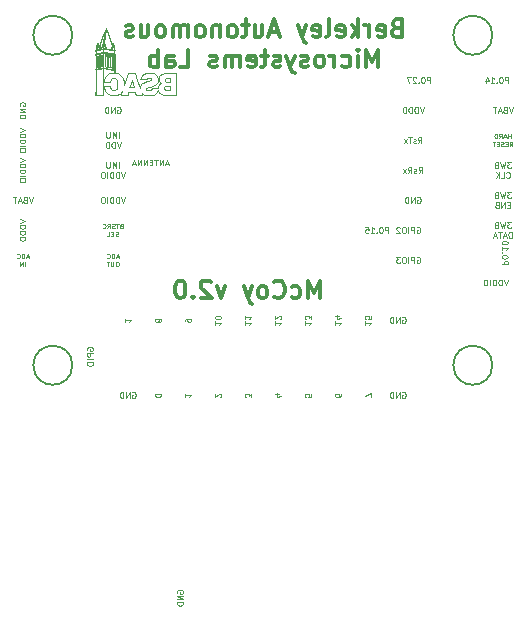
<source format=gbo>
G04 #@! TF.GenerationSoftware,KiCad,Pcbnew,(5.1.6)-1*
G04 #@! TF.CreationDate,2021-04-28T17:15:56-07:00*
G04 #@! TF.ProjectId,scum3c-devboard,7363756d-3363-42d6-9465-76626f617264,rev?*
G04 #@! TF.SameCoordinates,Original*
G04 #@! TF.FileFunction,Legend,Bot*
G04 #@! TF.FilePolarity,Positive*
%FSLAX46Y46*%
G04 Gerber Fmt 4.6, Leading zero omitted, Abs format (unit mm)*
G04 Created by KiCad (PCBNEW (5.1.6)-1) date 2021-04-28 17:15:56*
%MOMM*%
%LPD*%
G01*
G04 APERTURE LIST*
%ADD10C,0.100000*%
%ADD11C,0.300000*%
%ADD12C,0.080000*%
%ADD13C,0.150000*%
G04 APERTURE END LIST*
D10*
X111510000Y-104148000D02*
X111486190Y-104100380D01*
X111486190Y-104028952D01*
X111510000Y-103957523D01*
X111557619Y-103909904D01*
X111605238Y-103886095D01*
X111700476Y-103862285D01*
X111771904Y-103862285D01*
X111867142Y-103886095D01*
X111914761Y-103909904D01*
X111962380Y-103957523D01*
X111986190Y-104028952D01*
X111986190Y-104076571D01*
X111962380Y-104148000D01*
X111938571Y-104171809D01*
X111771904Y-104171809D01*
X111771904Y-104076571D01*
X111986190Y-104386095D02*
X111486190Y-104386095D01*
X111486190Y-104576571D01*
X111510000Y-104624190D01*
X111533809Y-104648000D01*
X111581428Y-104671809D01*
X111652857Y-104671809D01*
X111700476Y-104648000D01*
X111724285Y-104624190D01*
X111748095Y-104576571D01*
X111748095Y-104386095D01*
X111986190Y-104886095D02*
X111486190Y-104886095D01*
X111486190Y-105219428D02*
X111486190Y-105314666D01*
X111510000Y-105362285D01*
X111557619Y-105409904D01*
X111652857Y-105433714D01*
X111819523Y-105433714D01*
X111914761Y-105409904D01*
X111962380Y-105362285D01*
X111986190Y-105314666D01*
X111986190Y-105219428D01*
X111962380Y-105171809D01*
X111914761Y-105124190D01*
X111819523Y-105100380D01*
X111652857Y-105100380D01*
X111557619Y-105124190D01*
X111510000Y-105171809D01*
X111486190Y-105219428D01*
X136981285Y-94206190D02*
X136981285Y-93706190D01*
X136790809Y-93706190D01*
X136743190Y-93730000D01*
X136719380Y-93753809D01*
X136695571Y-93801428D01*
X136695571Y-93872857D01*
X136719380Y-93920476D01*
X136743190Y-93944285D01*
X136790809Y-93968095D01*
X136981285Y-93968095D01*
X136386047Y-93706190D02*
X136338428Y-93706190D01*
X136290809Y-93730000D01*
X136267000Y-93753809D01*
X136243190Y-93801428D01*
X136219380Y-93896666D01*
X136219380Y-94015714D01*
X136243190Y-94110952D01*
X136267000Y-94158571D01*
X136290809Y-94182380D01*
X136338428Y-94206190D01*
X136386047Y-94206190D01*
X136433666Y-94182380D01*
X136457476Y-94158571D01*
X136481285Y-94110952D01*
X136505095Y-94015714D01*
X136505095Y-93896666D01*
X136481285Y-93801428D01*
X136457476Y-93753809D01*
X136433666Y-93730000D01*
X136386047Y-93706190D01*
X136005095Y-94158571D02*
X135981285Y-94182380D01*
X136005095Y-94206190D01*
X136028904Y-94182380D01*
X136005095Y-94158571D01*
X136005095Y-94206190D01*
X135505095Y-94206190D02*
X135790809Y-94206190D01*
X135647952Y-94206190D02*
X135647952Y-93706190D01*
X135695571Y-93777619D01*
X135743190Y-93825238D01*
X135790809Y-93849047D01*
X135052714Y-93706190D02*
X135290809Y-93706190D01*
X135314619Y-93944285D01*
X135290809Y-93920476D01*
X135243190Y-93896666D01*
X135124142Y-93896666D01*
X135076523Y-93920476D01*
X135052714Y-93944285D01*
X135028904Y-93991904D01*
X135028904Y-94110952D01*
X135052714Y-94158571D01*
X135076523Y-94182380D01*
X135124142Y-94206190D01*
X135243190Y-94206190D01*
X135290809Y-94182380D01*
X135314619Y-94158571D01*
X146585809Y-96849285D02*
X147085809Y-96849285D01*
X147085809Y-96658809D01*
X147062000Y-96611190D01*
X147038190Y-96587380D01*
X146990571Y-96563571D01*
X146919142Y-96563571D01*
X146871523Y-96587380D01*
X146847714Y-96611190D01*
X146823904Y-96658809D01*
X146823904Y-96849285D01*
X147085809Y-96254047D02*
X147085809Y-96206428D01*
X147062000Y-96158809D01*
X147038190Y-96135000D01*
X146990571Y-96111190D01*
X146895333Y-96087380D01*
X146776285Y-96087380D01*
X146681047Y-96111190D01*
X146633428Y-96135000D01*
X146609619Y-96158809D01*
X146585809Y-96206428D01*
X146585809Y-96254047D01*
X146609619Y-96301666D01*
X146633428Y-96325476D01*
X146681047Y-96349285D01*
X146776285Y-96373095D01*
X146895333Y-96373095D01*
X146990571Y-96349285D01*
X147038190Y-96325476D01*
X147062000Y-96301666D01*
X147085809Y-96254047D01*
X146633428Y-95873095D02*
X146609619Y-95849285D01*
X146585809Y-95873095D01*
X146609619Y-95896904D01*
X146633428Y-95873095D01*
X146585809Y-95873095D01*
X146585809Y-95373095D02*
X146585809Y-95658809D01*
X146585809Y-95515952D02*
X147085809Y-95515952D01*
X147014380Y-95563571D01*
X146966761Y-95611190D01*
X146942952Y-95658809D01*
X147085809Y-95063571D02*
X147085809Y-95015952D01*
X147062000Y-94968333D01*
X147038190Y-94944523D01*
X146990571Y-94920714D01*
X146895333Y-94896904D01*
X146776285Y-94896904D01*
X146681047Y-94920714D01*
X146633428Y-94944523D01*
X146609619Y-94968333D01*
X146585809Y-95015952D01*
X146585809Y-95063571D01*
X146609619Y-95111190D01*
X146633428Y-95135000D01*
X146681047Y-95158809D01*
X146776285Y-95182619D01*
X146895333Y-95182619D01*
X146990571Y-95158809D01*
X147038190Y-95135000D01*
X147062000Y-95111190D01*
X147085809Y-95063571D01*
X147141285Y-81506190D02*
X147141285Y-81006190D01*
X146950809Y-81006190D01*
X146903190Y-81030000D01*
X146879380Y-81053809D01*
X146855571Y-81101428D01*
X146855571Y-81172857D01*
X146879380Y-81220476D01*
X146903190Y-81244285D01*
X146950809Y-81268095D01*
X147141285Y-81268095D01*
X146546047Y-81006190D02*
X146498428Y-81006190D01*
X146450809Y-81030000D01*
X146427000Y-81053809D01*
X146403190Y-81101428D01*
X146379380Y-81196666D01*
X146379380Y-81315714D01*
X146403190Y-81410952D01*
X146427000Y-81458571D01*
X146450809Y-81482380D01*
X146498428Y-81506190D01*
X146546047Y-81506190D01*
X146593666Y-81482380D01*
X146617476Y-81458571D01*
X146641285Y-81410952D01*
X146665095Y-81315714D01*
X146665095Y-81196666D01*
X146641285Y-81101428D01*
X146617476Y-81053809D01*
X146593666Y-81030000D01*
X146546047Y-81006190D01*
X146165095Y-81458571D02*
X146141285Y-81482380D01*
X146165095Y-81506190D01*
X146188904Y-81482380D01*
X146165095Y-81458571D01*
X146165095Y-81506190D01*
X145665095Y-81506190D02*
X145950809Y-81506190D01*
X145807952Y-81506190D02*
X145807952Y-81006190D01*
X145855571Y-81077619D01*
X145903190Y-81125238D01*
X145950809Y-81149047D01*
X145236523Y-81172857D02*
X145236523Y-81506190D01*
X145355571Y-80982380D02*
X145474619Y-81339523D01*
X145165095Y-81339523D01*
X140537285Y-81506190D02*
X140537285Y-81006190D01*
X140346809Y-81006190D01*
X140299190Y-81030000D01*
X140275380Y-81053809D01*
X140251571Y-81101428D01*
X140251571Y-81172857D01*
X140275380Y-81220476D01*
X140299190Y-81244285D01*
X140346809Y-81268095D01*
X140537285Y-81268095D01*
X139942047Y-81006190D02*
X139894428Y-81006190D01*
X139846809Y-81030000D01*
X139823000Y-81053809D01*
X139799190Y-81101428D01*
X139775380Y-81196666D01*
X139775380Y-81315714D01*
X139799190Y-81410952D01*
X139823000Y-81458571D01*
X139846809Y-81482380D01*
X139894428Y-81506190D01*
X139942047Y-81506190D01*
X139989666Y-81482380D01*
X140013476Y-81458571D01*
X140037285Y-81410952D01*
X140061095Y-81315714D01*
X140061095Y-81196666D01*
X140037285Y-81101428D01*
X140013476Y-81053809D01*
X139989666Y-81030000D01*
X139942047Y-81006190D01*
X139561095Y-81458571D02*
X139537285Y-81482380D01*
X139561095Y-81506190D01*
X139584904Y-81482380D01*
X139561095Y-81458571D01*
X139561095Y-81506190D01*
X139346809Y-81053809D02*
X139323000Y-81030000D01*
X139275380Y-81006190D01*
X139156333Y-81006190D01*
X139108714Y-81030000D01*
X139084904Y-81053809D01*
X139061095Y-81101428D01*
X139061095Y-81149047D01*
X139084904Y-81220476D01*
X139370619Y-81506190D01*
X139061095Y-81506190D01*
X138894428Y-81006190D02*
X138561095Y-81006190D01*
X138775380Y-81506190D01*
X139422095Y-93730000D02*
X139469714Y-93706190D01*
X139541142Y-93706190D01*
X139612571Y-93730000D01*
X139660190Y-93777619D01*
X139684000Y-93825238D01*
X139707809Y-93920476D01*
X139707809Y-93991904D01*
X139684000Y-94087142D01*
X139660190Y-94134761D01*
X139612571Y-94182380D01*
X139541142Y-94206190D01*
X139493523Y-94206190D01*
X139422095Y-94182380D01*
X139398285Y-94158571D01*
X139398285Y-93991904D01*
X139493523Y-93991904D01*
X139184000Y-94206190D02*
X139184000Y-93706190D01*
X138993523Y-93706190D01*
X138945904Y-93730000D01*
X138922095Y-93753809D01*
X138898285Y-93801428D01*
X138898285Y-93872857D01*
X138922095Y-93920476D01*
X138945904Y-93944285D01*
X138993523Y-93968095D01*
X139184000Y-93968095D01*
X138684000Y-94206190D02*
X138684000Y-93706190D01*
X138350666Y-93706190D02*
X138255428Y-93706190D01*
X138207809Y-93730000D01*
X138160190Y-93777619D01*
X138136380Y-93872857D01*
X138136380Y-94039523D01*
X138160190Y-94134761D01*
X138207809Y-94182380D01*
X138255428Y-94206190D01*
X138350666Y-94206190D01*
X138398285Y-94182380D01*
X138445904Y-94134761D01*
X138469714Y-94039523D01*
X138469714Y-93872857D01*
X138445904Y-93777619D01*
X138398285Y-93730000D01*
X138350666Y-93706190D01*
X137945904Y-93753809D02*
X137922095Y-93730000D01*
X137874476Y-93706190D01*
X137755428Y-93706190D01*
X137707809Y-93730000D01*
X137684000Y-93753809D01*
X137660190Y-93801428D01*
X137660190Y-93849047D01*
X137684000Y-93920476D01*
X137969714Y-94206190D01*
X137660190Y-94206190D01*
X139422095Y-96270000D02*
X139469714Y-96246190D01*
X139541142Y-96246190D01*
X139612571Y-96270000D01*
X139660190Y-96317619D01*
X139684000Y-96365238D01*
X139707809Y-96460476D01*
X139707809Y-96531904D01*
X139684000Y-96627142D01*
X139660190Y-96674761D01*
X139612571Y-96722380D01*
X139541142Y-96746190D01*
X139493523Y-96746190D01*
X139422095Y-96722380D01*
X139398285Y-96698571D01*
X139398285Y-96531904D01*
X139493523Y-96531904D01*
X139184000Y-96746190D02*
X139184000Y-96246190D01*
X138993523Y-96246190D01*
X138945904Y-96270000D01*
X138922095Y-96293809D01*
X138898285Y-96341428D01*
X138898285Y-96412857D01*
X138922095Y-96460476D01*
X138945904Y-96484285D01*
X138993523Y-96508095D01*
X139184000Y-96508095D01*
X138684000Y-96746190D02*
X138684000Y-96246190D01*
X138350666Y-96246190D02*
X138255428Y-96246190D01*
X138207809Y-96270000D01*
X138160190Y-96317619D01*
X138136380Y-96412857D01*
X138136380Y-96579523D01*
X138160190Y-96674761D01*
X138207809Y-96722380D01*
X138255428Y-96746190D01*
X138350666Y-96746190D01*
X138398285Y-96722380D01*
X138445904Y-96674761D01*
X138469714Y-96579523D01*
X138469714Y-96412857D01*
X138445904Y-96317619D01*
X138398285Y-96270000D01*
X138350666Y-96246190D01*
X137969714Y-96246190D02*
X137660190Y-96246190D01*
X137826857Y-96436666D01*
X137755428Y-96436666D01*
X137707809Y-96460476D01*
X137684000Y-96484285D01*
X137660190Y-96531904D01*
X137660190Y-96650952D01*
X137684000Y-96698571D01*
X137707809Y-96722380D01*
X137755428Y-96746190D01*
X137898285Y-96746190D01*
X137945904Y-96722380D01*
X137969714Y-96698571D01*
X114045952Y-83570000D02*
X114093571Y-83546190D01*
X114165000Y-83546190D01*
X114236428Y-83570000D01*
X114284047Y-83617619D01*
X114307857Y-83665238D01*
X114331666Y-83760476D01*
X114331666Y-83831904D01*
X114307857Y-83927142D01*
X114284047Y-83974761D01*
X114236428Y-84022380D01*
X114165000Y-84046190D01*
X114117380Y-84046190D01*
X114045952Y-84022380D01*
X114022142Y-83998571D01*
X114022142Y-83831904D01*
X114117380Y-83831904D01*
X113807857Y-84046190D02*
X113807857Y-83546190D01*
X113522142Y-84046190D01*
X113522142Y-83546190D01*
X113284047Y-84046190D02*
X113284047Y-83546190D01*
X113165000Y-83546190D01*
X113093571Y-83570000D01*
X113045952Y-83617619D01*
X113022142Y-83665238D01*
X112998333Y-83760476D01*
X112998333Y-83831904D01*
X113022142Y-83927142D01*
X113045952Y-83974761D01*
X113093571Y-84022380D01*
X113165000Y-84046190D01*
X113284047Y-84046190D01*
D11*
X137670571Y-76849857D02*
X137456285Y-76921285D01*
X137384857Y-76992714D01*
X137313428Y-77135571D01*
X137313428Y-77349857D01*
X137384857Y-77492714D01*
X137456285Y-77564142D01*
X137599142Y-77635571D01*
X138170571Y-77635571D01*
X138170571Y-76135571D01*
X137670571Y-76135571D01*
X137527714Y-76207000D01*
X137456285Y-76278428D01*
X137384857Y-76421285D01*
X137384857Y-76564142D01*
X137456285Y-76707000D01*
X137527714Y-76778428D01*
X137670571Y-76849857D01*
X138170571Y-76849857D01*
X136099142Y-77564142D02*
X136242000Y-77635571D01*
X136527714Y-77635571D01*
X136670571Y-77564142D01*
X136742000Y-77421285D01*
X136742000Y-76849857D01*
X136670571Y-76707000D01*
X136527714Y-76635571D01*
X136242000Y-76635571D01*
X136099142Y-76707000D01*
X136027714Y-76849857D01*
X136027714Y-76992714D01*
X136742000Y-77135571D01*
X135384857Y-77635571D02*
X135384857Y-76635571D01*
X135384857Y-76921285D02*
X135313428Y-76778428D01*
X135242000Y-76707000D01*
X135099142Y-76635571D01*
X134956285Y-76635571D01*
X134456285Y-77635571D02*
X134456285Y-76135571D01*
X134313428Y-77064142D02*
X133884857Y-77635571D01*
X133884857Y-76635571D02*
X134456285Y-77207000D01*
X132670571Y-77564142D02*
X132813428Y-77635571D01*
X133099142Y-77635571D01*
X133242000Y-77564142D01*
X133313428Y-77421285D01*
X133313428Y-76849857D01*
X133242000Y-76707000D01*
X133099142Y-76635571D01*
X132813428Y-76635571D01*
X132670571Y-76707000D01*
X132599142Y-76849857D01*
X132599142Y-76992714D01*
X133313428Y-77135571D01*
X131742000Y-77635571D02*
X131884857Y-77564142D01*
X131956285Y-77421285D01*
X131956285Y-76135571D01*
X130599142Y-77564142D02*
X130742000Y-77635571D01*
X131027714Y-77635571D01*
X131170571Y-77564142D01*
X131242000Y-77421285D01*
X131242000Y-76849857D01*
X131170571Y-76707000D01*
X131027714Y-76635571D01*
X130742000Y-76635571D01*
X130599142Y-76707000D01*
X130527714Y-76849857D01*
X130527714Y-76992714D01*
X131242000Y-77135571D01*
X130027714Y-76635571D02*
X129670571Y-77635571D01*
X129313428Y-76635571D02*
X129670571Y-77635571D01*
X129813428Y-77992714D01*
X129884857Y-78064142D01*
X130027714Y-78135571D01*
X127670571Y-77207000D02*
X126956285Y-77207000D01*
X127813428Y-77635571D02*
X127313428Y-76135571D01*
X126813428Y-77635571D01*
X125670571Y-76635571D02*
X125670571Y-77635571D01*
X126313428Y-76635571D02*
X126313428Y-77421285D01*
X126242000Y-77564142D01*
X126099142Y-77635571D01*
X125884857Y-77635571D01*
X125742000Y-77564142D01*
X125670571Y-77492714D01*
X125170571Y-76635571D02*
X124599142Y-76635571D01*
X124956285Y-76135571D02*
X124956285Y-77421285D01*
X124884857Y-77564142D01*
X124742000Y-77635571D01*
X124599142Y-77635571D01*
X123884857Y-77635571D02*
X124027714Y-77564142D01*
X124099142Y-77492714D01*
X124170571Y-77349857D01*
X124170571Y-76921285D01*
X124099142Y-76778428D01*
X124027714Y-76707000D01*
X123884857Y-76635571D01*
X123670571Y-76635571D01*
X123527714Y-76707000D01*
X123456285Y-76778428D01*
X123384857Y-76921285D01*
X123384857Y-77349857D01*
X123456285Y-77492714D01*
X123527714Y-77564142D01*
X123670571Y-77635571D01*
X123884857Y-77635571D01*
X122742000Y-76635571D02*
X122742000Y-77635571D01*
X122742000Y-76778428D02*
X122670571Y-76707000D01*
X122527714Y-76635571D01*
X122313428Y-76635571D01*
X122170571Y-76707000D01*
X122099142Y-76849857D01*
X122099142Y-77635571D01*
X121170571Y-77635571D02*
X121313428Y-77564142D01*
X121384857Y-77492714D01*
X121456285Y-77349857D01*
X121456285Y-76921285D01*
X121384857Y-76778428D01*
X121313428Y-76707000D01*
X121170571Y-76635571D01*
X120956285Y-76635571D01*
X120813428Y-76707000D01*
X120742000Y-76778428D01*
X120670571Y-76921285D01*
X120670571Y-77349857D01*
X120742000Y-77492714D01*
X120813428Y-77564142D01*
X120956285Y-77635571D01*
X121170571Y-77635571D01*
X120027714Y-77635571D02*
X120027714Y-76635571D01*
X120027714Y-76778428D02*
X119956285Y-76707000D01*
X119813428Y-76635571D01*
X119599142Y-76635571D01*
X119456285Y-76707000D01*
X119384857Y-76849857D01*
X119384857Y-77635571D01*
X119384857Y-76849857D02*
X119313428Y-76707000D01*
X119170571Y-76635571D01*
X118956285Y-76635571D01*
X118813428Y-76707000D01*
X118742000Y-76849857D01*
X118742000Y-77635571D01*
X117813428Y-77635571D02*
X117956285Y-77564142D01*
X118027714Y-77492714D01*
X118099142Y-77349857D01*
X118099142Y-76921285D01*
X118027714Y-76778428D01*
X117956285Y-76707000D01*
X117813428Y-76635571D01*
X117599142Y-76635571D01*
X117456285Y-76707000D01*
X117384857Y-76778428D01*
X117313428Y-76921285D01*
X117313428Y-77349857D01*
X117384857Y-77492714D01*
X117456285Y-77564142D01*
X117599142Y-77635571D01*
X117813428Y-77635571D01*
X116027714Y-76635571D02*
X116027714Y-77635571D01*
X116670571Y-76635571D02*
X116670571Y-77421285D01*
X116599142Y-77564142D01*
X116456285Y-77635571D01*
X116242000Y-77635571D01*
X116099142Y-77564142D01*
X116027714Y-77492714D01*
X115384857Y-77564142D02*
X115242000Y-77635571D01*
X114956285Y-77635571D01*
X114813428Y-77564142D01*
X114742000Y-77421285D01*
X114742000Y-77349857D01*
X114813428Y-77207000D01*
X114956285Y-77135571D01*
X115170571Y-77135571D01*
X115313428Y-77064142D01*
X115384857Y-76921285D01*
X115384857Y-76849857D01*
X115313428Y-76707000D01*
X115170571Y-76635571D01*
X114956285Y-76635571D01*
X114813428Y-76707000D01*
X136134857Y-80185571D02*
X136134857Y-78685571D01*
X135634857Y-79757000D01*
X135134857Y-78685571D01*
X135134857Y-80185571D01*
X134420571Y-80185571D02*
X134420571Y-79185571D01*
X134420571Y-78685571D02*
X134492000Y-78757000D01*
X134420571Y-78828428D01*
X134349142Y-78757000D01*
X134420571Y-78685571D01*
X134420571Y-78828428D01*
X133063428Y-80114142D02*
X133206285Y-80185571D01*
X133492000Y-80185571D01*
X133634857Y-80114142D01*
X133706285Y-80042714D01*
X133777714Y-79899857D01*
X133777714Y-79471285D01*
X133706285Y-79328428D01*
X133634857Y-79257000D01*
X133492000Y-79185571D01*
X133206285Y-79185571D01*
X133063428Y-79257000D01*
X132420571Y-80185571D02*
X132420571Y-79185571D01*
X132420571Y-79471285D02*
X132349142Y-79328428D01*
X132277714Y-79257000D01*
X132134857Y-79185571D01*
X131992000Y-79185571D01*
X131277714Y-80185571D02*
X131420571Y-80114142D01*
X131492000Y-80042714D01*
X131563428Y-79899857D01*
X131563428Y-79471285D01*
X131492000Y-79328428D01*
X131420571Y-79257000D01*
X131277714Y-79185571D01*
X131063428Y-79185571D01*
X130920571Y-79257000D01*
X130849142Y-79328428D01*
X130777714Y-79471285D01*
X130777714Y-79899857D01*
X130849142Y-80042714D01*
X130920571Y-80114142D01*
X131063428Y-80185571D01*
X131277714Y-80185571D01*
X130206285Y-80114142D02*
X130063428Y-80185571D01*
X129777714Y-80185571D01*
X129634857Y-80114142D01*
X129563428Y-79971285D01*
X129563428Y-79899857D01*
X129634857Y-79757000D01*
X129777714Y-79685571D01*
X129992000Y-79685571D01*
X130134857Y-79614142D01*
X130206285Y-79471285D01*
X130206285Y-79399857D01*
X130134857Y-79257000D01*
X129992000Y-79185571D01*
X129777714Y-79185571D01*
X129634857Y-79257000D01*
X129063428Y-79185571D02*
X128706285Y-80185571D01*
X128349142Y-79185571D02*
X128706285Y-80185571D01*
X128849142Y-80542714D01*
X128920571Y-80614142D01*
X129063428Y-80685571D01*
X127849142Y-80114142D02*
X127706285Y-80185571D01*
X127420571Y-80185571D01*
X127277714Y-80114142D01*
X127206285Y-79971285D01*
X127206285Y-79899857D01*
X127277714Y-79757000D01*
X127420571Y-79685571D01*
X127634857Y-79685571D01*
X127777714Y-79614142D01*
X127849142Y-79471285D01*
X127849142Y-79399857D01*
X127777714Y-79257000D01*
X127634857Y-79185571D01*
X127420571Y-79185571D01*
X127277714Y-79257000D01*
X126777714Y-79185571D02*
X126206285Y-79185571D01*
X126563428Y-78685571D02*
X126563428Y-79971285D01*
X126492000Y-80114142D01*
X126349142Y-80185571D01*
X126206285Y-80185571D01*
X125134857Y-80114142D02*
X125277714Y-80185571D01*
X125563428Y-80185571D01*
X125706285Y-80114142D01*
X125777714Y-79971285D01*
X125777714Y-79399857D01*
X125706285Y-79257000D01*
X125563428Y-79185571D01*
X125277714Y-79185571D01*
X125134857Y-79257000D01*
X125063428Y-79399857D01*
X125063428Y-79542714D01*
X125777714Y-79685571D01*
X124420571Y-80185571D02*
X124420571Y-79185571D01*
X124420571Y-79328428D02*
X124349142Y-79257000D01*
X124206285Y-79185571D01*
X123992000Y-79185571D01*
X123849142Y-79257000D01*
X123777714Y-79399857D01*
X123777714Y-80185571D01*
X123777714Y-79399857D02*
X123706285Y-79257000D01*
X123563428Y-79185571D01*
X123349142Y-79185571D01*
X123206285Y-79257000D01*
X123134857Y-79399857D01*
X123134857Y-80185571D01*
X122492000Y-80114142D02*
X122349142Y-80185571D01*
X122063428Y-80185571D01*
X121920571Y-80114142D01*
X121849142Y-79971285D01*
X121849142Y-79899857D01*
X121920571Y-79757000D01*
X122063428Y-79685571D01*
X122277714Y-79685571D01*
X122420571Y-79614142D01*
X122492000Y-79471285D01*
X122492000Y-79399857D01*
X122420571Y-79257000D01*
X122277714Y-79185571D01*
X122063428Y-79185571D01*
X121920571Y-79257000D01*
X119349142Y-80185571D02*
X120063428Y-80185571D01*
X120063428Y-78685571D01*
X118206285Y-80185571D02*
X118206285Y-79399857D01*
X118277714Y-79257000D01*
X118420571Y-79185571D01*
X118706285Y-79185571D01*
X118849142Y-79257000D01*
X118206285Y-80114142D02*
X118349142Y-80185571D01*
X118706285Y-80185571D01*
X118849142Y-80114142D01*
X118920571Y-79971285D01*
X118920571Y-79828428D01*
X118849142Y-79685571D01*
X118706285Y-79614142D01*
X118349142Y-79614142D01*
X118206285Y-79542714D01*
X117492000Y-80185571D02*
X117492000Y-78685571D01*
X117492000Y-79257000D02*
X117349142Y-79185571D01*
X117063428Y-79185571D01*
X116920571Y-79257000D01*
X116849142Y-79328428D01*
X116777714Y-79471285D01*
X116777714Y-79899857D01*
X116849142Y-80042714D01*
X116920571Y-80114142D01*
X117063428Y-80185571D01*
X117349142Y-80185571D01*
X117492000Y-80114142D01*
D10*
X119130000Y-124714047D02*
X119106190Y-124666428D01*
X119106190Y-124595000D01*
X119130000Y-124523571D01*
X119177619Y-124475952D01*
X119225238Y-124452142D01*
X119320476Y-124428333D01*
X119391904Y-124428333D01*
X119487142Y-124452142D01*
X119534761Y-124475952D01*
X119582380Y-124523571D01*
X119606190Y-124595000D01*
X119606190Y-124642619D01*
X119582380Y-124714047D01*
X119558571Y-124737857D01*
X119391904Y-124737857D01*
X119391904Y-124642619D01*
X119606190Y-124952142D02*
X119106190Y-124952142D01*
X119606190Y-125237857D01*
X119106190Y-125237857D01*
X119606190Y-125475952D02*
X119106190Y-125475952D01*
X119106190Y-125595000D01*
X119130000Y-125666428D01*
X119177619Y-125714047D01*
X119225238Y-125737857D01*
X119320476Y-125761666D01*
X119391904Y-125761666D01*
X119487142Y-125737857D01*
X119534761Y-125714047D01*
X119582380Y-125666428D01*
X119606190Y-125595000D01*
X119606190Y-125475952D01*
X118375714Y-88348333D02*
X118137619Y-88348333D01*
X118423333Y-88491190D02*
X118256666Y-87991190D01*
X118089999Y-88491190D01*
X117923333Y-88491190D02*
X117923333Y-87991190D01*
X117637619Y-88491190D01*
X117637619Y-87991190D01*
X117470952Y-87991190D02*
X117185238Y-87991190D01*
X117328095Y-88491190D02*
X117328095Y-87991190D01*
X117018571Y-88229285D02*
X116851904Y-88229285D01*
X116780476Y-88491190D02*
X117018571Y-88491190D01*
X117018571Y-87991190D01*
X116780476Y-87991190D01*
X116566190Y-88491190D02*
X116566190Y-87991190D01*
X116280476Y-88491190D01*
X116280476Y-87991190D01*
X116042380Y-88491190D02*
X116042380Y-87991190D01*
X115756666Y-88491190D01*
X115756666Y-87991190D01*
X115542380Y-88348333D02*
X115304285Y-88348333D01*
X115589999Y-88491190D02*
X115423333Y-87991190D01*
X115256666Y-88491190D01*
X147097619Y-98151190D02*
X146930952Y-98651190D01*
X146764285Y-98151190D01*
X146597619Y-98651190D02*
X146597619Y-98151190D01*
X146478571Y-98151190D01*
X146407142Y-98175000D01*
X146359523Y-98222619D01*
X146335714Y-98270238D01*
X146311904Y-98365476D01*
X146311904Y-98436904D01*
X146335714Y-98532142D01*
X146359523Y-98579761D01*
X146407142Y-98627380D01*
X146478571Y-98651190D01*
X146597619Y-98651190D01*
X146097619Y-98651190D02*
X146097619Y-98151190D01*
X145978571Y-98151190D01*
X145907142Y-98175000D01*
X145859523Y-98222619D01*
X145835714Y-98270238D01*
X145811904Y-98365476D01*
X145811904Y-98436904D01*
X145835714Y-98532142D01*
X145859523Y-98579761D01*
X145907142Y-98627380D01*
X145978571Y-98651190D01*
X146097619Y-98651190D01*
X145597619Y-98651190D02*
X145597619Y-98151190D01*
X145264285Y-98151190D02*
X145169047Y-98151190D01*
X145121428Y-98175000D01*
X145073809Y-98222619D01*
X145050000Y-98317857D01*
X145050000Y-98484523D01*
X145073809Y-98579761D01*
X145121428Y-98627380D01*
X145169047Y-98651190D01*
X145264285Y-98651190D01*
X145311904Y-98627380D01*
X145359523Y-98579761D01*
X145383333Y-98484523D01*
X145383333Y-98317857D01*
X145359523Y-98222619D01*
X145311904Y-98175000D01*
X145264285Y-98151190D01*
D11*
X131166428Y-99738571D02*
X131166428Y-98238571D01*
X130666428Y-99310000D01*
X130166428Y-98238571D01*
X130166428Y-99738571D01*
X128809285Y-99667142D02*
X128952142Y-99738571D01*
X129237857Y-99738571D01*
X129380714Y-99667142D01*
X129452142Y-99595714D01*
X129523571Y-99452857D01*
X129523571Y-99024285D01*
X129452142Y-98881428D01*
X129380714Y-98810000D01*
X129237857Y-98738571D01*
X128952142Y-98738571D01*
X128809285Y-98810000D01*
X127309285Y-99595714D02*
X127380714Y-99667142D01*
X127595000Y-99738571D01*
X127737857Y-99738571D01*
X127952142Y-99667142D01*
X128095000Y-99524285D01*
X128166428Y-99381428D01*
X128237857Y-99095714D01*
X128237857Y-98881428D01*
X128166428Y-98595714D01*
X128095000Y-98452857D01*
X127952142Y-98310000D01*
X127737857Y-98238571D01*
X127595000Y-98238571D01*
X127380714Y-98310000D01*
X127309285Y-98381428D01*
X126452142Y-99738571D02*
X126595000Y-99667142D01*
X126666428Y-99595714D01*
X126737857Y-99452857D01*
X126737857Y-99024285D01*
X126666428Y-98881428D01*
X126595000Y-98810000D01*
X126452142Y-98738571D01*
X126237857Y-98738571D01*
X126095000Y-98810000D01*
X126023571Y-98881428D01*
X125952142Y-99024285D01*
X125952142Y-99452857D01*
X126023571Y-99595714D01*
X126095000Y-99667142D01*
X126237857Y-99738571D01*
X126452142Y-99738571D01*
X125452142Y-98738571D02*
X125095000Y-99738571D01*
X124737857Y-98738571D02*
X125095000Y-99738571D01*
X125237857Y-100095714D01*
X125309285Y-100167142D01*
X125452142Y-100238571D01*
X123166428Y-98738571D02*
X122809285Y-99738571D01*
X122452142Y-98738571D01*
X121952142Y-98381428D02*
X121880714Y-98310000D01*
X121737857Y-98238571D01*
X121380714Y-98238571D01*
X121237857Y-98310000D01*
X121166428Y-98381428D01*
X121095000Y-98524285D01*
X121095000Y-98667142D01*
X121166428Y-98881428D01*
X122023571Y-99738571D01*
X121095000Y-99738571D01*
X120452142Y-99595714D02*
X120380714Y-99667142D01*
X120452142Y-99738571D01*
X120523571Y-99667142D01*
X120452142Y-99595714D01*
X120452142Y-99738571D01*
X119452142Y-98238571D02*
X119309285Y-98238571D01*
X119166428Y-98310000D01*
X119095000Y-98381428D01*
X119023571Y-98524285D01*
X118952142Y-98810000D01*
X118952142Y-99167142D01*
X119023571Y-99452857D01*
X119095000Y-99595714D01*
X119166428Y-99667142D01*
X119309285Y-99738571D01*
X119452142Y-99738571D01*
X119595000Y-99667142D01*
X119666428Y-99595714D01*
X119737857Y-99452857D01*
X119809285Y-99167142D01*
X119809285Y-98810000D01*
X119737857Y-98524285D01*
X119666428Y-98381428D01*
X119595000Y-98310000D01*
X119452142Y-98238571D01*
D10*
X139505476Y-86586190D02*
X139672142Y-86348095D01*
X139791190Y-86586190D02*
X139791190Y-86086190D01*
X139600714Y-86086190D01*
X139553095Y-86110000D01*
X139529285Y-86133809D01*
X139505476Y-86181428D01*
X139505476Y-86252857D01*
X139529285Y-86300476D01*
X139553095Y-86324285D01*
X139600714Y-86348095D01*
X139791190Y-86348095D01*
X139315000Y-86562380D02*
X139267380Y-86586190D01*
X139172142Y-86586190D01*
X139124523Y-86562380D01*
X139100714Y-86514761D01*
X139100714Y-86490952D01*
X139124523Y-86443333D01*
X139172142Y-86419523D01*
X139243571Y-86419523D01*
X139291190Y-86395714D01*
X139315000Y-86348095D01*
X139315000Y-86324285D01*
X139291190Y-86276666D01*
X139243571Y-86252857D01*
X139172142Y-86252857D01*
X139124523Y-86276666D01*
X138957857Y-86086190D02*
X138672142Y-86086190D01*
X138815000Y-86586190D02*
X138815000Y-86086190D01*
X138553095Y-86586190D02*
X138291190Y-86252857D01*
X138553095Y-86252857D02*
X138291190Y-86586190D01*
X139981666Y-83546190D02*
X139815000Y-84046190D01*
X139648333Y-83546190D01*
X139481666Y-84046190D02*
X139481666Y-83546190D01*
X139362619Y-83546190D01*
X139291190Y-83570000D01*
X139243571Y-83617619D01*
X139219761Y-83665238D01*
X139195952Y-83760476D01*
X139195952Y-83831904D01*
X139219761Y-83927142D01*
X139243571Y-83974761D01*
X139291190Y-84022380D01*
X139362619Y-84046190D01*
X139481666Y-84046190D01*
X138981666Y-84046190D02*
X138981666Y-83546190D01*
X138862619Y-83546190D01*
X138791190Y-83570000D01*
X138743571Y-83617619D01*
X138719761Y-83665238D01*
X138695952Y-83760476D01*
X138695952Y-83831904D01*
X138719761Y-83927142D01*
X138743571Y-83974761D01*
X138791190Y-84022380D01*
X138862619Y-84046190D01*
X138981666Y-84046190D01*
X138481666Y-84046190D02*
X138481666Y-83546190D01*
X138362619Y-83546190D01*
X138291190Y-83570000D01*
X138243571Y-83617619D01*
X138219761Y-83665238D01*
X138195952Y-83760476D01*
X138195952Y-83831904D01*
X138219761Y-83927142D01*
X138243571Y-83974761D01*
X138291190Y-84022380D01*
X138362619Y-84046190D01*
X138481666Y-84046190D01*
X139445952Y-91190000D02*
X139493571Y-91166190D01*
X139565000Y-91166190D01*
X139636428Y-91190000D01*
X139684047Y-91237619D01*
X139707857Y-91285238D01*
X139731666Y-91380476D01*
X139731666Y-91451904D01*
X139707857Y-91547142D01*
X139684047Y-91594761D01*
X139636428Y-91642380D01*
X139565000Y-91666190D01*
X139517380Y-91666190D01*
X139445952Y-91642380D01*
X139422142Y-91618571D01*
X139422142Y-91451904D01*
X139517380Y-91451904D01*
X139207857Y-91666190D02*
X139207857Y-91166190D01*
X138922142Y-91666190D01*
X138922142Y-91166190D01*
X138684047Y-91666190D02*
X138684047Y-91166190D01*
X138565000Y-91166190D01*
X138493571Y-91190000D01*
X138445952Y-91237619D01*
X138422142Y-91285238D01*
X138398333Y-91380476D01*
X138398333Y-91451904D01*
X138422142Y-91547142D01*
X138445952Y-91594761D01*
X138493571Y-91642380D01*
X138565000Y-91666190D01*
X138684047Y-91666190D01*
X139565000Y-89126190D02*
X139731666Y-88888095D01*
X139850714Y-89126190D02*
X139850714Y-88626190D01*
X139660238Y-88626190D01*
X139612619Y-88650000D01*
X139588809Y-88673809D01*
X139565000Y-88721428D01*
X139565000Y-88792857D01*
X139588809Y-88840476D01*
X139612619Y-88864285D01*
X139660238Y-88888095D01*
X139850714Y-88888095D01*
X139374523Y-89102380D02*
X139326904Y-89126190D01*
X139231666Y-89126190D01*
X139184047Y-89102380D01*
X139160238Y-89054761D01*
X139160238Y-89030952D01*
X139184047Y-88983333D01*
X139231666Y-88959523D01*
X139303095Y-88959523D01*
X139350714Y-88935714D01*
X139374523Y-88888095D01*
X139374523Y-88864285D01*
X139350714Y-88816666D01*
X139303095Y-88792857D01*
X139231666Y-88792857D01*
X139184047Y-88816666D01*
X138660238Y-89126190D02*
X138826904Y-88888095D01*
X138945952Y-89126190D02*
X138945952Y-88626190D01*
X138755476Y-88626190D01*
X138707857Y-88650000D01*
X138684047Y-88673809D01*
X138660238Y-88721428D01*
X138660238Y-88792857D01*
X138684047Y-88840476D01*
X138707857Y-88864285D01*
X138755476Y-88888095D01*
X138945952Y-88888095D01*
X138493571Y-89126190D02*
X138231666Y-88792857D01*
X138493571Y-88792857D02*
X138231666Y-89126190D01*
X147387380Y-90741190D02*
X147077857Y-90741190D01*
X147244523Y-90931666D01*
X147173095Y-90931666D01*
X147125476Y-90955476D01*
X147101666Y-90979285D01*
X147077857Y-91026904D01*
X147077857Y-91145952D01*
X147101666Y-91193571D01*
X147125476Y-91217380D01*
X147173095Y-91241190D01*
X147315952Y-91241190D01*
X147363571Y-91217380D01*
X147387380Y-91193571D01*
X146911190Y-90741190D02*
X146792142Y-91241190D01*
X146696904Y-90884047D01*
X146601666Y-91241190D01*
X146482619Y-90741190D01*
X146125476Y-90979285D02*
X146054047Y-91003095D01*
X146030238Y-91026904D01*
X146006428Y-91074523D01*
X146006428Y-91145952D01*
X146030238Y-91193571D01*
X146054047Y-91217380D01*
X146101666Y-91241190D01*
X146292142Y-91241190D01*
X146292142Y-90741190D01*
X146125476Y-90741190D01*
X146077857Y-90765000D01*
X146054047Y-90788809D01*
X146030238Y-90836428D01*
X146030238Y-90884047D01*
X146054047Y-90931666D01*
X146077857Y-90955476D01*
X146125476Y-90979285D01*
X146292142Y-90979285D01*
X147304047Y-91829285D02*
X147137380Y-91829285D01*
X147065952Y-92091190D02*
X147304047Y-92091190D01*
X147304047Y-91591190D01*
X147065952Y-91591190D01*
X146851666Y-92091190D02*
X146851666Y-91591190D01*
X146565952Y-92091190D01*
X146565952Y-91591190D01*
X146161190Y-91829285D02*
X146089761Y-91853095D01*
X146065952Y-91876904D01*
X146042142Y-91924523D01*
X146042142Y-91995952D01*
X146065952Y-92043571D01*
X146089761Y-92067380D01*
X146137380Y-92091190D01*
X146327857Y-92091190D01*
X146327857Y-91591190D01*
X146161190Y-91591190D01*
X146113571Y-91615000D01*
X146089761Y-91638809D01*
X146065952Y-91686428D01*
X146065952Y-91734047D01*
X146089761Y-91781666D01*
X146113571Y-91805476D01*
X146161190Y-91829285D01*
X146327857Y-91829285D01*
D12*
X147370714Y-86200952D02*
X147370714Y-85800952D01*
X147370714Y-85991428D02*
X147142142Y-85991428D01*
X147142142Y-86200952D02*
X147142142Y-85800952D01*
X146970714Y-86086666D02*
X146780238Y-86086666D01*
X147008809Y-86200952D02*
X146875476Y-85800952D01*
X146742142Y-86200952D01*
X146380238Y-86200952D02*
X146513571Y-86010476D01*
X146608809Y-86200952D02*
X146608809Y-85800952D01*
X146456428Y-85800952D01*
X146418333Y-85820000D01*
X146399285Y-85839047D01*
X146380238Y-85877142D01*
X146380238Y-85934285D01*
X146399285Y-85972380D01*
X146418333Y-85991428D01*
X146456428Y-86010476D01*
X146608809Y-86010476D01*
X146208809Y-86200952D02*
X146208809Y-85800952D01*
X146113571Y-85800952D01*
X146056428Y-85820000D01*
X146018333Y-85858095D01*
X145999285Y-85896190D01*
X145980238Y-85972380D01*
X145980238Y-86029523D01*
X145999285Y-86105714D01*
X146018333Y-86143809D01*
X146056428Y-86181904D01*
X146113571Y-86200952D01*
X146208809Y-86200952D01*
X147265952Y-86880952D02*
X147399285Y-86690476D01*
X147494523Y-86880952D02*
X147494523Y-86480952D01*
X147342142Y-86480952D01*
X147304047Y-86500000D01*
X147285000Y-86519047D01*
X147265952Y-86557142D01*
X147265952Y-86614285D01*
X147285000Y-86652380D01*
X147304047Y-86671428D01*
X147342142Y-86690476D01*
X147494523Y-86690476D01*
X147094523Y-86671428D02*
X146961190Y-86671428D01*
X146904047Y-86880952D02*
X147094523Y-86880952D01*
X147094523Y-86480952D01*
X146904047Y-86480952D01*
X146751666Y-86861904D02*
X146694523Y-86880952D01*
X146599285Y-86880952D01*
X146561190Y-86861904D01*
X146542142Y-86842857D01*
X146523095Y-86804761D01*
X146523095Y-86766666D01*
X146542142Y-86728571D01*
X146561190Y-86709523D01*
X146599285Y-86690476D01*
X146675476Y-86671428D01*
X146713571Y-86652380D01*
X146732619Y-86633333D01*
X146751666Y-86595238D01*
X146751666Y-86557142D01*
X146732619Y-86519047D01*
X146713571Y-86500000D01*
X146675476Y-86480952D01*
X146580238Y-86480952D01*
X146523095Y-86500000D01*
X146351666Y-86671428D02*
X146218333Y-86671428D01*
X146161190Y-86880952D02*
X146351666Y-86880952D01*
X146351666Y-86480952D01*
X146161190Y-86480952D01*
X146046904Y-86480952D02*
X145818333Y-86480952D01*
X145932619Y-86880952D02*
X145932619Y-86480952D01*
D10*
X147506428Y-83546190D02*
X147339761Y-84046190D01*
X147173095Y-83546190D01*
X146839761Y-83784285D02*
X146768333Y-83808095D01*
X146744523Y-83831904D01*
X146720714Y-83879523D01*
X146720714Y-83950952D01*
X146744523Y-83998571D01*
X146768333Y-84022380D01*
X146815952Y-84046190D01*
X147006428Y-84046190D01*
X147006428Y-83546190D01*
X146839761Y-83546190D01*
X146792142Y-83570000D01*
X146768333Y-83593809D01*
X146744523Y-83641428D01*
X146744523Y-83689047D01*
X146768333Y-83736666D01*
X146792142Y-83760476D01*
X146839761Y-83784285D01*
X147006428Y-83784285D01*
X146530238Y-83903333D02*
X146292142Y-83903333D01*
X146577857Y-84046190D02*
X146411190Y-83546190D01*
X146244523Y-84046190D01*
X146149285Y-83546190D02*
X145863571Y-83546190D01*
X146006428Y-84046190D02*
X146006428Y-83546190D01*
X147387380Y-88201190D02*
X147077857Y-88201190D01*
X147244523Y-88391666D01*
X147173095Y-88391666D01*
X147125476Y-88415476D01*
X147101666Y-88439285D01*
X147077857Y-88486904D01*
X147077857Y-88605952D01*
X147101666Y-88653571D01*
X147125476Y-88677380D01*
X147173095Y-88701190D01*
X147315952Y-88701190D01*
X147363571Y-88677380D01*
X147387380Y-88653571D01*
X146911190Y-88201190D02*
X146792142Y-88701190D01*
X146696904Y-88344047D01*
X146601666Y-88701190D01*
X146482619Y-88201190D01*
X146125476Y-88439285D02*
X146054047Y-88463095D01*
X146030238Y-88486904D01*
X146006428Y-88534523D01*
X146006428Y-88605952D01*
X146030238Y-88653571D01*
X146054047Y-88677380D01*
X146101666Y-88701190D01*
X146292142Y-88701190D01*
X146292142Y-88201190D01*
X146125476Y-88201190D01*
X146077857Y-88225000D01*
X146054047Y-88248809D01*
X146030238Y-88296428D01*
X146030238Y-88344047D01*
X146054047Y-88391666D01*
X146077857Y-88415476D01*
X146125476Y-88439285D01*
X146292142Y-88439285D01*
X146982619Y-89503571D02*
X147006428Y-89527380D01*
X147077857Y-89551190D01*
X147125476Y-89551190D01*
X147196904Y-89527380D01*
X147244523Y-89479761D01*
X147268333Y-89432142D01*
X147292142Y-89336904D01*
X147292142Y-89265476D01*
X147268333Y-89170238D01*
X147244523Y-89122619D01*
X147196904Y-89075000D01*
X147125476Y-89051190D01*
X147077857Y-89051190D01*
X147006428Y-89075000D01*
X146982619Y-89098809D01*
X146530238Y-89551190D02*
X146768333Y-89551190D01*
X146768333Y-89051190D01*
X146363571Y-89551190D02*
X146363571Y-89051190D01*
X146077857Y-89551190D02*
X146292142Y-89265476D01*
X146077857Y-89051190D02*
X146363571Y-89336904D01*
D12*
X147387380Y-93291190D02*
X147077857Y-93291190D01*
X147244523Y-93481666D01*
X147173095Y-93481666D01*
X147125476Y-93505476D01*
X147101666Y-93529285D01*
X147077857Y-93576904D01*
X147077857Y-93695952D01*
X147101666Y-93743571D01*
X147125476Y-93767380D01*
X147173095Y-93791190D01*
X147315952Y-93791190D01*
X147363571Y-93767380D01*
X147387380Y-93743571D01*
X146911190Y-93291190D02*
X146792142Y-93791190D01*
X146696904Y-93434047D01*
X146601666Y-93791190D01*
X146482619Y-93291190D01*
X146125476Y-93529285D02*
X146054047Y-93553095D01*
X146030238Y-93576904D01*
X146006428Y-93624523D01*
X146006428Y-93695952D01*
X146030238Y-93743571D01*
X146054047Y-93767380D01*
X146101666Y-93791190D01*
X146292142Y-93791190D01*
X146292142Y-93291190D01*
X146125476Y-93291190D01*
X146077857Y-93315000D01*
X146054047Y-93338809D01*
X146030238Y-93386428D01*
X146030238Y-93434047D01*
X146054047Y-93481666D01*
X146077857Y-93505476D01*
X146125476Y-93529285D01*
X146292142Y-93529285D01*
X147435000Y-94621190D02*
X147435000Y-94121190D01*
X147315952Y-94121190D01*
X147244523Y-94145000D01*
X147196904Y-94192619D01*
X147173095Y-94240238D01*
X147149285Y-94335476D01*
X147149285Y-94406904D01*
X147173095Y-94502142D01*
X147196904Y-94549761D01*
X147244523Y-94597380D01*
X147315952Y-94621190D01*
X147435000Y-94621190D01*
X146958809Y-94478333D02*
X146720714Y-94478333D01*
X147006428Y-94621190D02*
X146839761Y-94121190D01*
X146673095Y-94621190D01*
X146577857Y-94121190D02*
X146292142Y-94121190D01*
X146435000Y-94621190D02*
X146435000Y-94121190D01*
X146149285Y-94478333D02*
X145911190Y-94478333D01*
X146196904Y-94621190D02*
X146030238Y-94121190D01*
X145863571Y-94621190D01*
D10*
X117534523Y-101647619D02*
X117558333Y-101695238D01*
X117582142Y-101719047D01*
X117629761Y-101742857D01*
X117653571Y-101742857D01*
X117701190Y-101719047D01*
X117725000Y-101695238D01*
X117748809Y-101647619D01*
X117748809Y-101552380D01*
X117725000Y-101504761D01*
X117701190Y-101480952D01*
X117653571Y-101457142D01*
X117629761Y-101457142D01*
X117582142Y-101480952D01*
X117558333Y-101504761D01*
X117534523Y-101552380D01*
X117534523Y-101647619D01*
X117510714Y-101695238D01*
X117486904Y-101719047D01*
X117439285Y-101742857D01*
X117344047Y-101742857D01*
X117296428Y-101719047D01*
X117272619Y-101695238D01*
X117248809Y-101647619D01*
X117248809Y-101552380D01*
X117272619Y-101504761D01*
X117296428Y-101480952D01*
X117344047Y-101457142D01*
X117439285Y-101457142D01*
X117486904Y-101480952D01*
X117510714Y-101504761D01*
X117534523Y-101552380D01*
X132488809Y-101695238D02*
X132488809Y-101980952D01*
X132488809Y-101838095D02*
X132988809Y-101838095D01*
X132917380Y-101885714D01*
X132869761Y-101933333D01*
X132845952Y-101980952D01*
X132822142Y-101266666D02*
X132488809Y-101266666D01*
X133012619Y-101385714D02*
X132655476Y-101504761D01*
X132655476Y-101195238D01*
X135028809Y-101695238D02*
X135028809Y-101980952D01*
X135028809Y-101838095D02*
X135528809Y-101838095D01*
X135457380Y-101885714D01*
X135409761Y-101933333D01*
X135385952Y-101980952D01*
X135528809Y-101242857D02*
X135528809Y-101480952D01*
X135290714Y-101504761D01*
X135314523Y-101480952D01*
X135338333Y-101433333D01*
X135338333Y-101314285D01*
X135314523Y-101266666D01*
X135290714Y-101242857D01*
X135243095Y-101219047D01*
X135124047Y-101219047D01*
X135076428Y-101242857D01*
X135052619Y-101266666D01*
X135028809Y-101314285D01*
X135028809Y-101433333D01*
X135052619Y-101480952D01*
X135076428Y-101504761D01*
X138175952Y-101350000D02*
X138223571Y-101326190D01*
X138295000Y-101326190D01*
X138366428Y-101350000D01*
X138414047Y-101397619D01*
X138437857Y-101445238D01*
X138461666Y-101540476D01*
X138461666Y-101611904D01*
X138437857Y-101707142D01*
X138414047Y-101754761D01*
X138366428Y-101802380D01*
X138295000Y-101826190D01*
X138247380Y-101826190D01*
X138175952Y-101802380D01*
X138152142Y-101778571D01*
X138152142Y-101611904D01*
X138247380Y-101611904D01*
X137937857Y-101826190D02*
X137937857Y-101326190D01*
X137652142Y-101826190D01*
X137652142Y-101326190D01*
X137414047Y-101826190D02*
X137414047Y-101326190D01*
X137295000Y-101326190D01*
X137223571Y-101350000D01*
X137175952Y-101397619D01*
X137152142Y-101445238D01*
X137128333Y-101540476D01*
X137128333Y-101611904D01*
X137152142Y-101707142D01*
X137175952Y-101754761D01*
X137223571Y-101802380D01*
X137295000Y-101826190D01*
X137414047Y-101826190D01*
X114708809Y-101457142D02*
X114708809Y-101742857D01*
X114708809Y-101600000D02*
X115208809Y-101600000D01*
X115137380Y-101647619D01*
X115089761Y-101695238D01*
X115065952Y-101742857D01*
X124868809Y-101695238D02*
X124868809Y-101980952D01*
X124868809Y-101838095D02*
X125368809Y-101838095D01*
X125297380Y-101885714D01*
X125249761Y-101933333D01*
X125225952Y-101980952D01*
X124868809Y-101219047D02*
X124868809Y-101504761D01*
X124868809Y-101361904D02*
X125368809Y-101361904D01*
X125297380Y-101409523D01*
X125249761Y-101457142D01*
X125225952Y-101504761D01*
X119788809Y-101695238D02*
X119788809Y-101600000D01*
X119812619Y-101552380D01*
X119836428Y-101528571D01*
X119907857Y-101480952D01*
X120003095Y-101457142D01*
X120193571Y-101457142D01*
X120241190Y-101480952D01*
X120265000Y-101504761D01*
X120288809Y-101552380D01*
X120288809Y-101647619D01*
X120265000Y-101695238D01*
X120241190Y-101719047D01*
X120193571Y-101742857D01*
X120074523Y-101742857D01*
X120026904Y-101719047D01*
X120003095Y-101695238D01*
X119979285Y-101647619D01*
X119979285Y-101552380D01*
X120003095Y-101504761D01*
X120026904Y-101480952D01*
X120074523Y-101457142D01*
X122328809Y-101695238D02*
X122328809Y-101980952D01*
X122328809Y-101838095D02*
X122828809Y-101838095D01*
X122757380Y-101885714D01*
X122709761Y-101933333D01*
X122685952Y-101980952D01*
X122828809Y-101385714D02*
X122828809Y-101338095D01*
X122805000Y-101290476D01*
X122781190Y-101266666D01*
X122733571Y-101242857D01*
X122638333Y-101219047D01*
X122519285Y-101219047D01*
X122424047Y-101242857D01*
X122376428Y-101266666D01*
X122352619Y-101290476D01*
X122328809Y-101338095D01*
X122328809Y-101385714D01*
X122352619Y-101433333D01*
X122376428Y-101457142D01*
X122424047Y-101480952D01*
X122519285Y-101504761D01*
X122638333Y-101504761D01*
X122733571Y-101480952D01*
X122781190Y-101457142D01*
X122805000Y-101433333D01*
X122828809Y-101385714D01*
X127408809Y-101695238D02*
X127408809Y-101980952D01*
X127408809Y-101838095D02*
X127908809Y-101838095D01*
X127837380Y-101885714D01*
X127789761Y-101933333D01*
X127765952Y-101980952D01*
X127861190Y-101504761D02*
X127885000Y-101480952D01*
X127908809Y-101433333D01*
X127908809Y-101314285D01*
X127885000Y-101266666D01*
X127861190Y-101242857D01*
X127813571Y-101219047D01*
X127765952Y-101219047D01*
X127694523Y-101242857D01*
X127408809Y-101528571D01*
X127408809Y-101219047D01*
X129948809Y-101695238D02*
X129948809Y-101980952D01*
X129948809Y-101838095D02*
X130448809Y-101838095D01*
X130377380Y-101885714D01*
X130329761Y-101933333D01*
X130305952Y-101980952D01*
X130448809Y-101528571D02*
X130448809Y-101219047D01*
X130258333Y-101385714D01*
X130258333Y-101314285D01*
X130234523Y-101266666D01*
X130210714Y-101242857D01*
X130163095Y-101219047D01*
X130044047Y-101219047D01*
X129996428Y-101242857D01*
X129972619Y-101266666D01*
X129948809Y-101314285D01*
X129948809Y-101457142D01*
X129972619Y-101504761D01*
X129996428Y-101528571D01*
X132988809Y-107854761D02*
X132988809Y-107950000D01*
X132965000Y-107997619D01*
X132941190Y-108021428D01*
X132869761Y-108069047D01*
X132774523Y-108092857D01*
X132584047Y-108092857D01*
X132536428Y-108069047D01*
X132512619Y-108045238D01*
X132488809Y-107997619D01*
X132488809Y-107902380D01*
X132512619Y-107854761D01*
X132536428Y-107830952D01*
X132584047Y-107807142D01*
X132703095Y-107807142D01*
X132750714Y-107830952D01*
X132774523Y-107854761D01*
X132798333Y-107902380D01*
X132798333Y-107997619D01*
X132774523Y-108045238D01*
X132750714Y-108069047D01*
X132703095Y-108092857D01*
X122781190Y-108092857D02*
X122805000Y-108069047D01*
X122828809Y-108021428D01*
X122828809Y-107902380D01*
X122805000Y-107854761D01*
X122781190Y-107830952D01*
X122733571Y-107807142D01*
X122685952Y-107807142D01*
X122614523Y-107830952D01*
X122328809Y-108116666D01*
X122328809Y-107807142D01*
X130448809Y-107830952D02*
X130448809Y-108069047D01*
X130210714Y-108092857D01*
X130234523Y-108069047D01*
X130258333Y-108021428D01*
X130258333Y-107902380D01*
X130234523Y-107854761D01*
X130210714Y-107830952D01*
X130163095Y-107807142D01*
X130044047Y-107807142D01*
X129996428Y-107830952D01*
X129972619Y-107854761D01*
X129948809Y-107902380D01*
X129948809Y-108021428D01*
X129972619Y-108069047D01*
X129996428Y-108092857D01*
X127742142Y-107854761D02*
X127408809Y-107854761D01*
X127932619Y-107973809D02*
X127575476Y-108092857D01*
X127575476Y-107783333D01*
X117748809Y-107973809D02*
X117748809Y-107926190D01*
X117725000Y-107878571D01*
X117701190Y-107854761D01*
X117653571Y-107830952D01*
X117558333Y-107807142D01*
X117439285Y-107807142D01*
X117344047Y-107830952D01*
X117296428Y-107854761D01*
X117272619Y-107878571D01*
X117248809Y-107926190D01*
X117248809Y-107973809D01*
X117272619Y-108021428D01*
X117296428Y-108045238D01*
X117344047Y-108069047D01*
X117439285Y-108092857D01*
X117558333Y-108092857D01*
X117653571Y-108069047D01*
X117701190Y-108045238D01*
X117725000Y-108021428D01*
X117748809Y-107973809D01*
X125368809Y-108116666D02*
X125368809Y-107807142D01*
X125178333Y-107973809D01*
X125178333Y-107902380D01*
X125154523Y-107854761D01*
X125130714Y-107830952D01*
X125083095Y-107807142D01*
X124964047Y-107807142D01*
X124916428Y-107830952D01*
X124892619Y-107854761D01*
X124868809Y-107902380D01*
X124868809Y-108045238D01*
X124892619Y-108092857D01*
X124916428Y-108116666D01*
X119788809Y-107807142D02*
X119788809Y-108092857D01*
X119788809Y-107950000D02*
X120288809Y-107950000D01*
X120217380Y-107997619D01*
X120169761Y-108045238D01*
X120145952Y-108092857D01*
X135528809Y-108116666D02*
X135528809Y-107783333D01*
X135028809Y-107997619D01*
X138175952Y-107700000D02*
X138223571Y-107676190D01*
X138295000Y-107676190D01*
X138366428Y-107700000D01*
X138414047Y-107747619D01*
X138437857Y-107795238D01*
X138461666Y-107890476D01*
X138461666Y-107961904D01*
X138437857Y-108057142D01*
X138414047Y-108104761D01*
X138366428Y-108152380D01*
X138295000Y-108176190D01*
X138247380Y-108176190D01*
X138175952Y-108152380D01*
X138152142Y-108128571D01*
X138152142Y-107961904D01*
X138247380Y-107961904D01*
X137937857Y-108176190D02*
X137937857Y-107676190D01*
X137652142Y-108176190D01*
X137652142Y-107676190D01*
X137414047Y-108176190D02*
X137414047Y-107676190D01*
X137295000Y-107676190D01*
X137223571Y-107700000D01*
X137175952Y-107747619D01*
X137152142Y-107795238D01*
X137128333Y-107890476D01*
X137128333Y-107961904D01*
X137152142Y-108057142D01*
X137175952Y-108104761D01*
X137223571Y-108152380D01*
X137295000Y-108176190D01*
X137414047Y-108176190D01*
X115315952Y-107700000D02*
X115363571Y-107676190D01*
X115435000Y-107676190D01*
X115506428Y-107700000D01*
X115554047Y-107747619D01*
X115577857Y-107795238D01*
X115601666Y-107890476D01*
X115601666Y-107961904D01*
X115577857Y-108057142D01*
X115554047Y-108104761D01*
X115506428Y-108152380D01*
X115435000Y-108176190D01*
X115387380Y-108176190D01*
X115315952Y-108152380D01*
X115292142Y-108128571D01*
X115292142Y-107961904D01*
X115387380Y-107961904D01*
X115077857Y-108176190D02*
X115077857Y-107676190D01*
X114792142Y-108176190D01*
X114792142Y-107676190D01*
X114554047Y-108176190D02*
X114554047Y-107676190D01*
X114435000Y-107676190D01*
X114363571Y-107700000D01*
X114315952Y-107747619D01*
X114292142Y-107795238D01*
X114268333Y-107890476D01*
X114268333Y-107961904D01*
X114292142Y-108057142D01*
X114315952Y-108104761D01*
X114363571Y-108152380D01*
X114435000Y-108176190D01*
X114554047Y-108176190D01*
X114212619Y-86161190D02*
X114212619Y-85661190D01*
X113974523Y-86161190D02*
X113974523Y-85661190D01*
X113807857Y-86018333D01*
X113641190Y-85661190D01*
X113641190Y-86161190D01*
X113403095Y-85661190D02*
X113403095Y-86065952D01*
X113379285Y-86113571D01*
X113355476Y-86137380D01*
X113307857Y-86161190D01*
X113212619Y-86161190D01*
X113165000Y-86137380D01*
X113141190Y-86113571D01*
X113117380Y-86065952D01*
X113117380Y-85661190D01*
X114331666Y-86511190D02*
X114165000Y-87011190D01*
X113998333Y-86511190D01*
X113831666Y-87011190D02*
X113831666Y-86511190D01*
X113712619Y-86511190D01*
X113641190Y-86535000D01*
X113593571Y-86582619D01*
X113569761Y-86630238D01*
X113545952Y-86725476D01*
X113545952Y-86796904D01*
X113569761Y-86892142D01*
X113593571Y-86939761D01*
X113641190Y-86987380D01*
X113712619Y-87011190D01*
X113831666Y-87011190D01*
X113331666Y-87011190D02*
X113331666Y-86511190D01*
X113212619Y-86511190D01*
X113141190Y-86535000D01*
X113093571Y-86582619D01*
X113069761Y-86630238D01*
X113045952Y-86725476D01*
X113045952Y-86796904D01*
X113069761Y-86892142D01*
X113093571Y-86939761D01*
X113141190Y-86987380D01*
X113212619Y-87011190D01*
X113331666Y-87011190D01*
X114212619Y-88701190D02*
X114212619Y-88201190D01*
X113974523Y-88701190D02*
X113974523Y-88201190D01*
X113807857Y-88558333D01*
X113641190Y-88201190D01*
X113641190Y-88701190D01*
X113403095Y-88201190D02*
X113403095Y-88605952D01*
X113379285Y-88653571D01*
X113355476Y-88677380D01*
X113307857Y-88701190D01*
X113212619Y-88701190D01*
X113165000Y-88677380D01*
X113141190Y-88653571D01*
X113117380Y-88605952D01*
X113117380Y-88201190D01*
X114712619Y-89051190D02*
X114545952Y-89551190D01*
X114379285Y-89051190D01*
X114212619Y-89551190D02*
X114212619Y-89051190D01*
X114093571Y-89051190D01*
X114022142Y-89075000D01*
X113974523Y-89122619D01*
X113950714Y-89170238D01*
X113926904Y-89265476D01*
X113926904Y-89336904D01*
X113950714Y-89432142D01*
X113974523Y-89479761D01*
X114022142Y-89527380D01*
X114093571Y-89551190D01*
X114212619Y-89551190D01*
X113712619Y-89551190D02*
X113712619Y-89051190D01*
X113593571Y-89051190D01*
X113522142Y-89075000D01*
X113474523Y-89122619D01*
X113450714Y-89170238D01*
X113426904Y-89265476D01*
X113426904Y-89336904D01*
X113450714Y-89432142D01*
X113474523Y-89479761D01*
X113522142Y-89527380D01*
X113593571Y-89551190D01*
X113712619Y-89551190D01*
X113212619Y-89551190D02*
X113212619Y-89051190D01*
X112879285Y-89051190D02*
X112784047Y-89051190D01*
X112736428Y-89075000D01*
X112688809Y-89122619D01*
X112665000Y-89217857D01*
X112665000Y-89384523D01*
X112688809Y-89479761D01*
X112736428Y-89527380D01*
X112784047Y-89551190D01*
X112879285Y-89551190D01*
X112926904Y-89527380D01*
X112974523Y-89479761D01*
X112998333Y-89384523D01*
X112998333Y-89217857D01*
X112974523Y-89122619D01*
X112926904Y-89075000D01*
X112879285Y-89051190D01*
D12*
X114160238Y-96246666D02*
X113969761Y-96246666D01*
X114198333Y-96360952D02*
X114065000Y-95960952D01*
X113931666Y-96360952D01*
X113798333Y-96360952D02*
X113798333Y-95960952D01*
X113703095Y-95960952D01*
X113645952Y-95980000D01*
X113607857Y-96018095D01*
X113588809Y-96056190D01*
X113569761Y-96132380D01*
X113569761Y-96189523D01*
X113588809Y-96265714D01*
X113607857Y-96303809D01*
X113645952Y-96341904D01*
X113703095Y-96360952D01*
X113798333Y-96360952D01*
X113169761Y-96322857D02*
X113188809Y-96341904D01*
X113245952Y-96360952D01*
X113284047Y-96360952D01*
X113341190Y-96341904D01*
X113379285Y-96303809D01*
X113398333Y-96265714D01*
X113417380Y-96189523D01*
X113417380Y-96132380D01*
X113398333Y-96056190D01*
X113379285Y-96018095D01*
X113341190Y-95980000D01*
X113284047Y-95960952D01*
X113245952Y-95960952D01*
X113188809Y-95980000D01*
X113169761Y-95999047D01*
X114065000Y-96640952D02*
X113988809Y-96640952D01*
X113950714Y-96660000D01*
X113912619Y-96698095D01*
X113893571Y-96774285D01*
X113893571Y-96907619D01*
X113912619Y-96983809D01*
X113950714Y-97021904D01*
X113988809Y-97040952D01*
X114065000Y-97040952D01*
X114103095Y-97021904D01*
X114141190Y-96983809D01*
X114160238Y-96907619D01*
X114160238Y-96774285D01*
X114141190Y-96698095D01*
X114103095Y-96660000D01*
X114065000Y-96640952D01*
X113722142Y-96640952D02*
X113722142Y-96964761D01*
X113703095Y-97002857D01*
X113684047Y-97021904D01*
X113645952Y-97040952D01*
X113569761Y-97040952D01*
X113531666Y-97021904D01*
X113512619Y-97002857D01*
X113493571Y-96964761D01*
X113493571Y-96640952D01*
X113360238Y-96640952D02*
X113131666Y-96640952D01*
X113245952Y-97040952D02*
X113245952Y-96640952D01*
D10*
X114712619Y-91166190D02*
X114545952Y-91666190D01*
X114379285Y-91166190D01*
X114212619Y-91666190D02*
X114212619Y-91166190D01*
X114093571Y-91166190D01*
X114022142Y-91190000D01*
X113974523Y-91237619D01*
X113950714Y-91285238D01*
X113926904Y-91380476D01*
X113926904Y-91451904D01*
X113950714Y-91547142D01*
X113974523Y-91594761D01*
X114022142Y-91642380D01*
X114093571Y-91666190D01*
X114212619Y-91666190D01*
X113712619Y-91666190D02*
X113712619Y-91166190D01*
X113593571Y-91166190D01*
X113522142Y-91190000D01*
X113474523Y-91237619D01*
X113450714Y-91285238D01*
X113426904Y-91380476D01*
X113426904Y-91451904D01*
X113450714Y-91547142D01*
X113474523Y-91594761D01*
X113522142Y-91642380D01*
X113593571Y-91666190D01*
X113712619Y-91666190D01*
X113212619Y-91666190D02*
X113212619Y-91166190D01*
X112879285Y-91166190D02*
X112784047Y-91166190D01*
X112736428Y-91190000D01*
X112688809Y-91237619D01*
X112665000Y-91332857D01*
X112665000Y-91499523D01*
X112688809Y-91594761D01*
X112736428Y-91642380D01*
X112784047Y-91666190D01*
X112879285Y-91666190D01*
X112926904Y-91642380D01*
X112974523Y-91594761D01*
X112998333Y-91499523D01*
X112998333Y-91332857D01*
X112974523Y-91237619D01*
X112926904Y-91190000D01*
X112879285Y-91166190D01*
D12*
X114379285Y-93611428D02*
X114322142Y-93630476D01*
X114303095Y-93649523D01*
X114284047Y-93687619D01*
X114284047Y-93744761D01*
X114303095Y-93782857D01*
X114322142Y-93801904D01*
X114360238Y-93820952D01*
X114512619Y-93820952D01*
X114512619Y-93420952D01*
X114379285Y-93420952D01*
X114341190Y-93440000D01*
X114322142Y-93459047D01*
X114303095Y-93497142D01*
X114303095Y-93535238D01*
X114322142Y-93573333D01*
X114341190Y-93592380D01*
X114379285Y-93611428D01*
X114512619Y-93611428D01*
X114169761Y-93420952D02*
X113941190Y-93420952D01*
X114055476Y-93820952D02*
X114055476Y-93420952D01*
X113826904Y-93801904D02*
X113769761Y-93820952D01*
X113674523Y-93820952D01*
X113636428Y-93801904D01*
X113617380Y-93782857D01*
X113598333Y-93744761D01*
X113598333Y-93706666D01*
X113617380Y-93668571D01*
X113636428Y-93649523D01*
X113674523Y-93630476D01*
X113750714Y-93611428D01*
X113788809Y-93592380D01*
X113807857Y-93573333D01*
X113826904Y-93535238D01*
X113826904Y-93497142D01*
X113807857Y-93459047D01*
X113788809Y-93440000D01*
X113750714Y-93420952D01*
X113655476Y-93420952D01*
X113598333Y-93440000D01*
X113198333Y-93820952D02*
X113331666Y-93630476D01*
X113426904Y-93820952D02*
X113426904Y-93420952D01*
X113274523Y-93420952D01*
X113236428Y-93440000D01*
X113217380Y-93459047D01*
X113198333Y-93497142D01*
X113198333Y-93554285D01*
X113217380Y-93592380D01*
X113236428Y-93611428D01*
X113274523Y-93630476D01*
X113426904Y-93630476D01*
X112798333Y-93782857D02*
X112817380Y-93801904D01*
X112874523Y-93820952D01*
X112912619Y-93820952D01*
X112969761Y-93801904D01*
X113007857Y-93763809D01*
X113026904Y-93725714D01*
X113045952Y-93649523D01*
X113045952Y-93592380D01*
X113026904Y-93516190D01*
X113007857Y-93478095D01*
X112969761Y-93440000D01*
X112912619Y-93420952D01*
X112874523Y-93420952D01*
X112817380Y-93440000D01*
X112798333Y-93459047D01*
X114122142Y-94481904D02*
X114065000Y-94500952D01*
X113969761Y-94500952D01*
X113931666Y-94481904D01*
X113912619Y-94462857D01*
X113893571Y-94424761D01*
X113893571Y-94386666D01*
X113912619Y-94348571D01*
X113931666Y-94329523D01*
X113969761Y-94310476D01*
X114045952Y-94291428D01*
X114084047Y-94272380D01*
X114103095Y-94253333D01*
X114122142Y-94215238D01*
X114122142Y-94177142D01*
X114103095Y-94139047D01*
X114084047Y-94120000D01*
X114045952Y-94100952D01*
X113950714Y-94100952D01*
X113893571Y-94120000D01*
X113722142Y-94291428D02*
X113588809Y-94291428D01*
X113531666Y-94500952D02*
X113722142Y-94500952D01*
X113722142Y-94100952D01*
X113531666Y-94100952D01*
X113169761Y-94500952D02*
X113360238Y-94500952D01*
X113360238Y-94100952D01*
D10*
X106866428Y-91166190D02*
X106699761Y-91666190D01*
X106533095Y-91166190D01*
X106199761Y-91404285D02*
X106128333Y-91428095D01*
X106104523Y-91451904D01*
X106080714Y-91499523D01*
X106080714Y-91570952D01*
X106104523Y-91618571D01*
X106128333Y-91642380D01*
X106175952Y-91666190D01*
X106366428Y-91666190D01*
X106366428Y-91166190D01*
X106199761Y-91166190D01*
X106152142Y-91190000D01*
X106128333Y-91213809D01*
X106104523Y-91261428D01*
X106104523Y-91309047D01*
X106128333Y-91356666D01*
X106152142Y-91380476D01*
X106199761Y-91404285D01*
X106366428Y-91404285D01*
X105890238Y-91523333D02*
X105652142Y-91523333D01*
X105937857Y-91666190D02*
X105771190Y-91166190D01*
X105604523Y-91666190D01*
X105509285Y-91166190D02*
X105223571Y-91166190D01*
X105366428Y-91666190D02*
X105366428Y-91166190D01*
X105771190Y-93063333D02*
X106271190Y-93230000D01*
X105771190Y-93396666D01*
X106271190Y-93563333D02*
X105771190Y-93563333D01*
X105771190Y-93682380D01*
X105795000Y-93753809D01*
X105842619Y-93801428D01*
X105890238Y-93825238D01*
X105985476Y-93849047D01*
X106056904Y-93849047D01*
X106152142Y-93825238D01*
X106199761Y-93801428D01*
X106247380Y-93753809D01*
X106271190Y-93682380D01*
X106271190Y-93563333D01*
X106271190Y-94063333D02*
X105771190Y-94063333D01*
X105771190Y-94182380D01*
X105795000Y-94253809D01*
X105842619Y-94301428D01*
X105890238Y-94325238D01*
X105985476Y-94349047D01*
X106056904Y-94349047D01*
X106152142Y-94325238D01*
X106199761Y-94301428D01*
X106247380Y-94253809D01*
X106271190Y-94182380D01*
X106271190Y-94063333D01*
X106271190Y-94563333D02*
X105771190Y-94563333D01*
X105771190Y-94682380D01*
X105795000Y-94753809D01*
X105842619Y-94801428D01*
X105890238Y-94825238D01*
X105985476Y-94849047D01*
X106056904Y-94849047D01*
X106152142Y-94825238D01*
X106199761Y-94801428D01*
X106247380Y-94753809D01*
X106271190Y-94682380D01*
X106271190Y-94563333D01*
X105771190Y-87852380D02*
X106271190Y-88019047D01*
X105771190Y-88185714D01*
X106271190Y-88352380D02*
X105771190Y-88352380D01*
X105771190Y-88471428D01*
X105795000Y-88542857D01*
X105842619Y-88590476D01*
X105890238Y-88614285D01*
X105985476Y-88638095D01*
X106056904Y-88638095D01*
X106152142Y-88614285D01*
X106199761Y-88590476D01*
X106247380Y-88542857D01*
X106271190Y-88471428D01*
X106271190Y-88352380D01*
X106271190Y-88852380D02*
X105771190Y-88852380D01*
X105771190Y-88971428D01*
X105795000Y-89042857D01*
X105842619Y-89090476D01*
X105890238Y-89114285D01*
X105985476Y-89138095D01*
X106056904Y-89138095D01*
X106152142Y-89114285D01*
X106199761Y-89090476D01*
X106247380Y-89042857D01*
X106271190Y-88971428D01*
X106271190Y-88852380D01*
X106271190Y-89352380D02*
X105771190Y-89352380D01*
X105771190Y-89685714D02*
X105771190Y-89780952D01*
X105795000Y-89828571D01*
X105842619Y-89876190D01*
X105937857Y-89900000D01*
X106104523Y-89900000D01*
X106199761Y-89876190D01*
X106247380Y-89828571D01*
X106271190Y-89780952D01*
X106271190Y-89685714D01*
X106247380Y-89638095D01*
X106199761Y-89590476D01*
X106104523Y-89566666D01*
X105937857Y-89566666D01*
X105842619Y-89590476D01*
X105795000Y-89638095D01*
X105771190Y-89685714D01*
X105771190Y-85312380D02*
X106271190Y-85479047D01*
X105771190Y-85645714D01*
X106271190Y-85812380D02*
X105771190Y-85812380D01*
X105771190Y-85931428D01*
X105795000Y-86002857D01*
X105842619Y-86050476D01*
X105890238Y-86074285D01*
X105985476Y-86098095D01*
X106056904Y-86098095D01*
X106152142Y-86074285D01*
X106199761Y-86050476D01*
X106247380Y-86002857D01*
X106271190Y-85931428D01*
X106271190Y-85812380D01*
X106271190Y-86312380D02*
X105771190Y-86312380D01*
X105771190Y-86431428D01*
X105795000Y-86502857D01*
X105842619Y-86550476D01*
X105890238Y-86574285D01*
X105985476Y-86598095D01*
X106056904Y-86598095D01*
X106152142Y-86574285D01*
X106199761Y-86550476D01*
X106247380Y-86502857D01*
X106271190Y-86431428D01*
X106271190Y-86312380D01*
X106271190Y-86812380D02*
X105771190Y-86812380D01*
X105771190Y-87145714D02*
X105771190Y-87240952D01*
X105795000Y-87288571D01*
X105842619Y-87336190D01*
X105937857Y-87360000D01*
X106104523Y-87360000D01*
X106199761Y-87336190D01*
X106247380Y-87288571D01*
X106271190Y-87240952D01*
X106271190Y-87145714D01*
X106247380Y-87098095D01*
X106199761Y-87050476D01*
X106104523Y-87026666D01*
X105937857Y-87026666D01*
X105842619Y-87050476D01*
X105795000Y-87098095D01*
X105771190Y-87145714D01*
D12*
X106540238Y-96246666D02*
X106349761Y-96246666D01*
X106578333Y-96360952D02*
X106445000Y-95960952D01*
X106311666Y-96360952D01*
X106178333Y-96360952D02*
X106178333Y-95960952D01*
X106083095Y-95960952D01*
X106025952Y-95980000D01*
X105987857Y-96018095D01*
X105968809Y-96056190D01*
X105949761Y-96132380D01*
X105949761Y-96189523D01*
X105968809Y-96265714D01*
X105987857Y-96303809D01*
X106025952Y-96341904D01*
X106083095Y-96360952D01*
X106178333Y-96360952D01*
X105549761Y-96322857D02*
X105568809Y-96341904D01*
X105625952Y-96360952D01*
X105664047Y-96360952D01*
X105721190Y-96341904D01*
X105759285Y-96303809D01*
X105778333Y-96265714D01*
X105797380Y-96189523D01*
X105797380Y-96132380D01*
X105778333Y-96056190D01*
X105759285Y-96018095D01*
X105721190Y-95980000D01*
X105664047Y-95960952D01*
X105625952Y-95960952D01*
X105568809Y-95980000D01*
X105549761Y-95999047D01*
X106254523Y-97040952D02*
X106254523Y-96640952D01*
X106064047Y-97040952D02*
X106064047Y-96640952D01*
X105835476Y-97040952D01*
X105835476Y-96640952D01*
D10*
X105795000Y-83439047D02*
X105771190Y-83391428D01*
X105771190Y-83320000D01*
X105795000Y-83248571D01*
X105842619Y-83200952D01*
X105890238Y-83177142D01*
X105985476Y-83153333D01*
X106056904Y-83153333D01*
X106152142Y-83177142D01*
X106199761Y-83200952D01*
X106247380Y-83248571D01*
X106271190Y-83320000D01*
X106271190Y-83367619D01*
X106247380Y-83439047D01*
X106223571Y-83462857D01*
X106056904Y-83462857D01*
X106056904Y-83367619D01*
X106271190Y-83677142D02*
X105771190Y-83677142D01*
X106271190Y-83962857D01*
X105771190Y-83962857D01*
X106271190Y-84200952D02*
X105771190Y-84200952D01*
X105771190Y-84320000D01*
X105795000Y-84391428D01*
X105842619Y-84439047D01*
X105890238Y-84462857D01*
X105985476Y-84486666D01*
X106056904Y-84486666D01*
X106152142Y-84462857D01*
X106199761Y-84439047D01*
X106247380Y-84391428D01*
X106271190Y-84320000D01*
X106271190Y-84200952D01*
D13*
X110236000Y-77470000D02*
G75*
G03*
X110236000Y-77470000I-1651000J0D01*
G01*
X110236000Y-105410000D02*
G75*
G03*
X110236000Y-105410000I-1651000J0D01*
G01*
X145796000Y-105410000D02*
G75*
G03*
X145796000Y-105410000I-1651000J0D01*
G01*
X145796000Y-77470000D02*
G75*
G03*
X145796000Y-77470000I-1651000J0D01*
G01*
D10*
X114350151Y-82338053D02*
X114434350Y-82244426D01*
X114945886Y-82391426D02*
X114977684Y-82276181D01*
X115258837Y-82275596D02*
X115539989Y-82275011D01*
X114038693Y-82519518D02*
X114150068Y-82475554D01*
X117667478Y-82392338D02*
X117736223Y-82431776D01*
X117608633Y-82343071D02*
X117667478Y-82392338D01*
X115539989Y-82275011D02*
X115572084Y-82396027D01*
X114912784Y-82511857D02*
X114945886Y-82391426D01*
X116127474Y-82432339D02*
X116097267Y-82343024D01*
X113786435Y-82565390D02*
X113917550Y-82549442D01*
X117112800Y-82498936D02*
X117211231Y-82449344D01*
X117003904Y-82535273D02*
X117112800Y-82498936D01*
X116883452Y-82558807D02*
X117003904Y-82535273D01*
X116346000Y-82500184D02*
X116492281Y-82541415D01*
X116097267Y-82343024D02*
X116118407Y-82360509D01*
X117540979Y-82258704D02*
X117608633Y-82343071D01*
X117496555Y-82158630D02*
X117540979Y-82258704D01*
X117486986Y-82127592D02*
X117496555Y-82158630D01*
X117476869Y-82146664D02*
X117486986Y-82127592D01*
X117445017Y-82212414D02*
X117476869Y-82146664D01*
X117403865Y-82275725D02*
X117445017Y-82212414D01*
X117355069Y-82334351D02*
X117403865Y-82275725D01*
X114631477Y-82517043D02*
X114911479Y-82517043D01*
X114351476Y-82515033D02*
X114631477Y-82517043D01*
X114398543Y-82372715D02*
X114351476Y-82515033D01*
X114251875Y-82417487D02*
X114350151Y-82338053D01*
X117211231Y-82449344D02*
X117300288Y-82386044D01*
X116659587Y-82563337D02*
X116776633Y-82564837D01*
X117300288Y-82386044D02*
X117355069Y-82334351D01*
X116776633Y-82564837D02*
X116883452Y-82558807D01*
X116492281Y-82541415D02*
X116659587Y-82563337D01*
X116221217Y-82439823D02*
X116346000Y-82500184D01*
X116118407Y-82360509D02*
X116221217Y-82439823D01*
X116155998Y-82517044D02*
X116127474Y-82432339D01*
X115880088Y-82517044D02*
X116155998Y-82517044D01*
X115604178Y-82517044D02*
X115880088Y-82517044D01*
X115572084Y-82396027D02*
X115604178Y-82517044D01*
X114911479Y-82517043D02*
X114912784Y-82511857D01*
X114434350Y-82244426D02*
X114444965Y-82231758D01*
X114977684Y-82276181D02*
X115258837Y-82275596D01*
X114444965Y-82231758D02*
X114398543Y-82372715D01*
X113917550Y-82549442D02*
X114038693Y-82519518D01*
X114150068Y-82475554D02*
X114251875Y-82417487D01*
X113632491Y-78335937D02*
X113649810Y-78221199D01*
X113600499Y-78671281D02*
X113632491Y-78335937D01*
X112544484Y-78520327D02*
X112544484Y-78520329D01*
X112919782Y-78259199D02*
X112997114Y-78499009D01*
X112939334Y-78575430D02*
X112858547Y-78563157D01*
X112544484Y-78520329D02*
X112544484Y-78407389D01*
X112876729Y-78042464D02*
X112965219Y-77502914D01*
X112548519Y-78632996D02*
X112544484Y-78520327D01*
X112690069Y-78594504D02*
X112548519Y-78632996D01*
X113672929Y-78682868D02*
X113600499Y-78671281D01*
X113016133Y-77008994D02*
X112929429Y-77533864D01*
X113294269Y-78627421D02*
X113294270Y-78627422D01*
X113672929Y-78682868D02*
X113672929Y-78682868D01*
X113758642Y-78695061D02*
X113752034Y-78694717D01*
X112939334Y-78575430D02*
X112939334Y-78575430D01*
X113022576Y-78587171D02*
X112939334Y-78575430D01*
X112860207Y-78394540D02*
X112869388Y-78110533D01*
X112858547Y-78563157D02*
X112860207Y-78394540D01*
X112515268Y-78402474D02*
X113016133Y-77008994D01*
X112965004Y-78316059D02*
X112876729Y-78042464D01*
X113092483Y-78597850D02*
X113054733Y-78591109D01*
X113461747Y-78651707D02*
X113294269Y-78627421D01*
X112965219Y-77502914D02*
X113052307Y-76975209D01*
X113294270Y-78627422D02*
X113092483Y-78597850D01*
X112430972Y-78664527D02*
X112361248Y-78683017D01*
X113758517Y-78689486D02*
X113758642Y-78695061D01*
X113649810Y-78221199D02*
X113758517Y-78689486D01*
X112997114Y-78499009D02*
X113022576Y-78587171D01*
X112869388Y-78110533D02*
X112919782Y-78259199D01*
X112842182Y-78058194D02*
X112766889Y-78325563D01*
X112361248Y-78683017D02*
X112360573Y-78671376D01*
X112929429Y-77533864D02*
X112842182Y-78058194D01*
X113054733Y-78591109D02*
X112965004Y-78316059D01*
X113471749Y-78628082D02*
X113461747Y-78651707D01*
X112366914Y-78460382D02*
X112373928Y-78250848D01*
X113565557Y-78349619D02*
X113522661Y-78479154D01*
X113052307Y-76975209D02*
X113068574Y-76896559D01*
X112233255Y-78711061D02*
X112233254Y-78711060D01*
X113522661Y-78479154D02*
X113471749Y-78628082D01*
X112236210Y-78716051D02*
X112233255Y-78711061D01*
X113068574Y-76896559D02*
X113565557Y-78349619D01*
X112373928Y-78250848D02*
X112375118Y-78241861D01*
X113752034Y-78694717D02*
X113672929Y-78682868D01*
X112366914Y-78460382D02*
X112366914Y-78460382D01*
X112500695Y-78643583D02*
X112430972Y-78664527D01*
X112766889Y-78325563D02*
X112690069Y-78594504D01*
X112544484Y-78407389D02*
X112529234Y-78407389D01*
X112375118Y-78241861D02*
X112500695Y-78643583D01*
X112360573Y-78671376D02*
X112366914Y-78460382D01*
X112529234Y-78407389D02*
X112515268Y-78402474D01*
X112663891Y-79275615D02*
X112658567Y-79291318D01*
X112234877Y-79052694D02*
X112233722Y-79042298D01*
X112723008Y-80106112D02*
X112723004Y-80106111D01*
X112234459Y-79033533D02*
X112524877Y-78972911D01*
X112343626Y-78298600D02*
X112330607Y-78686110D01*
X112822916Y-78710274D02*
X112822136Y-78846471D01*
X112671873Y-80115097D02*
X112723008Y-80106112D01*
X112662983Y-80113438D02*
X112671873Y-80115097D01*
X112233254Y-78711060D02*
X112288065Y-78498957D01*
X112676058Y-79252719D02*
X112663891Y-79275615D01*
X112233309Y-78882148D02*
X112233304Y-78882149D01*
X112236189Y-79004106D02*
X112233309Y-78882148D01*
X112529858Y-78938993D02*
X112236189Y-79004106D01*
X112864642Y-78604358D02*
X113769762Y-78736992D01*
X113306815Y-78988036D02*
X113306815Y-78988036D01*
X112857152Y-78669269D02*
X112858677Y-78603103D01*
X113410486Y-78953601D02*
X113410489Y-78953598D01*
X112855627Y-78802596D02*
X112857152Y-78669269D01*
X112822136Y-78846471D02*
X112820646Y-78874130D01*
X112478776Y-78693041D02*
X112768041Y-78616172D01*
X112238490Y-78757705D02*
X112478776Y-78693041D01*
X113763185Y-79054530D02*
X113306815Y-78988036D01*
X112658774Y-80075555D02*
X112662983Y-80113438D01*
X113766017Y-79006666D02*
X113410486Y-78953601D01*
X112233304Y-78759940D02*
X112238490Y-78757705D01*
X112957619Y-78885145D02*
X112855627Y-78869757D01*
X112524877Y-78972911D02*
X112818175Y-78912226D01*
X112233724Y-79042298D02*
X112234459Y-79033533D01*
X112857935Y-78911875D02*
X112861970Y-78902017D01*
X112657952Y-79697904D02*
X112658774Y-80075555D01*
X112857935Y-78922680D02*
X112857935Y-78911875D01*
X112736050Y-79238844D02*
X112713442Y-79234342D01*
X112768886Y-79273749D02*
X112754445Y-79252796D01*
X112858677Y-78603103D02*
X112864642Y-78604358D01*
X112233722Y-79042298D02*
X112233724Y-79042298D01*
X112295538Y-79041061D02*
X112234877Y-79052694D01*
X112658567Y-79291318D02*
X112657952Y-79697904D01*
X112815869Y-78924460D02*
X112582498Y-78976766D01*
X112821056Y-78917675D02*
X112815869Y-78924460D01*
X112773811Y-79284403D02*
X112768886Y-79273749D01*
X112582498Y-78976766D02*
X112295538Y-79041061D01*
X113263599Y-78962919D02*
X113713915Y-79030903D01*
X113768656Y-79038932D02*
X113770676Y-79047301D01*
X113713915Y-79030903D02*
X113768656Y-79038932D01*
X112284037Y-78703778D02*
X112236210Y-78716051D01*
X112330607Y-78686110D02*
X112284037Y-78703778D01*
X113770672Y-78871829D02*
X113766017Y-79006666D01*
X112288065Y-78498957D02*
X112343626Y-78298600D01*
X112820646Y-78874130D02*
X112529858Y-78938993D01*
X112818175Y-78912226D02*
X112821056Y-78917675D01*
X113770676Y-79047301D02*
X113769665Y-79054383D01*
X112692967Y-79237794D02*
X112676058Y-79252719D01*
X112822207Y-78601735D02*
X112822916Y-78710274D01*
X112861970Y-78902017D02*
X113263599Y-78962919D01*
X112233304Y-78882149D02*
X112233304Y-78759940D01*
X112774411Y-79685745D02*
X112773811Y-79284403D01*
X113769665Y-79054383D02*
X113763185Y-79054530D01*
X112754445Y-79252796D02*
X112736050Y-79238844D01*
X112713442Y-79234342D02*
X112692967Y-79237794D01*
X113769762Y-78736992D02*
X113770672Y-78871829D01*
X113410489Y-78953598D02*
X112957619Y-78885145D01*
X113306815Y-78988036D02*
X112857935Y-78922680D01*
X112768041Y-78616172D02*
X112822207Y-78601735D01*
X112855627Y-78869757D02*
X112855627Y-78802596D01*
X113011210Y-79677901D02*
X113015855Y-80106008D01*
X112281995Y-79709266D02*
X112281130Y-79238305D01*
X113031547Y-79221584D02*
X113016233Y-79243567D01*
X112493962Y-80138924D02*
X112500356Y-80142724D01*
X112500356Y-80142724D02*
X112546775Y-80133295D01*
X112723004Y-80106111D02*
X112770856Y-80092218D01*
X112546775Y-80133295D02*
X112546775Y-80133319D01*
X112356075Y-79313697D02*
X112340010Y-79333631D01*
X112402882Y-79311430D02*
X112380663Y-79307550D01*
X112432146Y-79345457D02*
X112402882Y-79311430D01*
X112278403Y-80183498D02*
X112278390Y-80183499D01*
X113016233Y-79243567D02*
X113011210Y-79254439D01*
X112818101Y-80230064D02*
X112792499Y-80233914D01*
X112437901Y-79746536D02*
X112437291Y-79358160D01*
X112820716Y-78968694D02*
X112819811Y-79599769D01*
X112759345Y-79138643D02*
X112764722Y-79130710D01*
X113053446Y-79205229D02*
X113031547Y-79221584D01*
X112489672Y-79724616D02*
X112489042Y-80134889D01*
X112521537Y-79270491D02*
X112494913Y-79303148D01*
X112562406Y-79270691D02*
X112521537Y-79270491D01*
X112546775Y-80133319D02*
X112595754Y-80120516D01*
X112386688Y-80158074D02*
X112386691Y-80158075D01*
X112435881Y-80141279D02*
X112437901Y-79746536D01*
X112233869Y-79099836D02*
X112333634Y-79076913D01*
X112233511Y-80317937D02*
X112231706Y-79709347D01*
X112257796Y-80182463D02*
X112278403Y-80183498D01*
X112252552Y-79222743D02*
X112252452Y-79703550D01*
X112579626Y-79282816D02*
X112562406Y-79270691D01*
X112330194Y-79363922D02*
X112327824Y-79767343D01*
X112258550Y-79214165D02*
X112252552Y-79222743D01*
X112595754Y-80120516D02*
X112599784Y-79716791D01*
X112437291Y-79358160D02*
X112432146Y-79345457D01*
X112792499Y-80233914D02*
X112501835Y-80277744D01*
X112428304Y-80148460D02*
X112435881Y-80141279D01*
X113079673Y-79195716D02*
X113053446Y-79205229D01*
X112770856Y-80092218D02*
X112774411Y-79685745D01*
X113165717Y-80129168D02*
X113165720Y-80129167D01*
X112231699Y-79709351D02*
X112233869Y-79099836D01*
X112518250Y-79190231D02*
X112759345Y-79138643D01*
X112489042Y-80134889D02*
X112493962Y-80138924D01*
X112343495Y-80165774D02*
X112386688Y-80158074D01*
X112593150Y-79302842D02*
X112579626Y-79282816D01*
X112494913Y-79303148D02*
X112489672Y-79724616D01*
X112599784Y-79716791D02*
X112599783Y-79316672D01*
X112278390Y-80183499D02*
X112281995Y-79709266D01*
X112333859Y-80164625D02*
X112343495Y-80165774D01*
X112327824Y-79767343D02*
X112329265Y-80129128D01*
X112386691Y-80158075D02*
X112428304Y-80148460D01*
X112819811Y-79599769D02*
X112818101Y-80230064D01*
X113085002Y-80119833D02*
X113155265Y-80129993D01*
X113011210Y-79254439D02*
X113011210Y-79677901D01*
X112599783Y-79316672D02*
X112593150Y-79302842D01*
X112329265Y-80129128D02*
X112333859Y-80164625D01*
X112501835Y-80277744D02*
X112233511Y-80317937D01*
X112340010Y-79333631D02*
X112330194Y-79363922D01*
X112764722Y-79130710D02*
X112754779Y-79114019D01*
X112380663Y-79307550D02*
X112356075Y-79313697D01*
X112252452Y-79703550D02*
X112257796Y-80182463D01*
X112281130Y-79238305D02*
X112518250Y-79190231D01*
X113015855Y-80106008D02*
X113085002Y-80119833D01*
X112333634Y-79076913D02*
X112820716Y-78968694D01*
X112754779Y-79114019D02*
X112258550Y-79214165D01*
X112231706Y-79709347D02*
X112231699Y-79709351D01*
X113155265Y-80129993D02*
X113165717Y-80129168D01*
X113631244Y-80156751D02*
X113633402Y-80213312D01*
X113560597Y-79262326D02*
X113533642Y-79249492D01*
X113593153Y-79759213D02*
X113591083Y-79320129D01*
X113659874Y-80219882D02*
X113664649Y-80017433D01*
X113633141Y-79219425D02*
X113631616Y-79715945D01*
X113533642Y-79249492D02*
X113500256Y-79248456D01*
X113023506Y-79135442D02*
X113322370Y-79177222D01*
X113500256Y-79248456D02*
X113460964Y-79262756D01*
X113590238Y-80191336D02*
X113593153Y-79759213D01*
X113384415Y-79327221D02*
X113380653Y-79277696D01*
X113431689Y-80178552D02*
X113500260Y-80191488D01*
X113427249Y-79740163D02*
X113431689Y-80178552D01*
X113591083Y-79320129D02*
X113580089Y-79286144D01*
X113015039Y-79113489D02*
X113014524Y-79126365D01*
X113771061Y-80370216D02*
X113565540Y-80339978D01*
X113581767Y-80199834D02*
X113590238Y-80191336D01*
X113380653Y-79277696D02*
X113372977Y-79260972D01*
X113133943Y-79201503D02*
X113107968Y-79194258D01*
X113176071Y-80082811D02*
X113177826Y-79704117D01*
X113580089Y-79286144D02*
X113560597Y-79262326D01*
X113165720Y-80129167D02*
X113172647Y-80123746D01*
X113777210Y-80371446D02*
X113771061Y-80370216D01*
X113380101Y-80162675D02*
X113380100Y-80162675D01*
X113023890Y-79105122D02*
X113015039Y-79113489D01*
X113234152Y-80148636D02*
X113372406Y-80168332D01*
X113581768Y-80199835D02*
X113581767Y-80199834D01*
X113664649Y-80017433D02*
X113666134Y-79510088D01*
X113219807Y-79712538D02*
X113224356Y-80142920D01*
X113434507Y-79292174D02*
X113427249Y-79305793D01*
X113565540Y-80339978D02*
X113565540Y-80339979D01*
X113344263Y-79145860D02*
X113023890Y-79105122D01*
X113570289Y-80201510D02*
X113581768Y-80199835D01*
X113500260Y-80191488D02*
X113570289Y-80201510D01*
X113107968Y-79194258D02*
X113079673Y-79195716D01*
X113154178Y-79217024D02*
X113133943Y-79201503D01*
X113168364Y-79240470D02*
X113154178Y-79217024D01*
X113649326Y-80225798D02*
X113659869Y-80219880D01*
X113427249Y-79305793D02*
X113427249Y-79740163D01*
X113226536Y-79272488D02*
X113219808Y-79286708D01*
X113637909Y-80224190D02*
X113649326Y-80225798D01*
X113624116Y-79218010D02*
X113633141Y-79219425D01*
X113663249Y-79193814D02*
X113344263Y-79145860D01*
X113633402Y-80213312D02*
X113637909Y-80224190D01*
X113385758Y-79727533D02*
X113384415Y-79327221D01*
X113176191Y-79271491D02*
X113168364Y-79240470D01*
X113172647Y-80123746D02*
X113176071Y-80082811D01*
X113177826Y-79704117D02*
X113176191Y-79271491D01*
X113290348Y-79225375D02*
X113251642Y-79241394D01*
X113219808Y-79286708D02*
X113219807Y-79712538D01*
X113372406Y-80168332D02*
X113380101Y-80162675D01*
X113666134Y-79510088D02*
X113663249Y-79193814D01*
X113380100Y-80162675D02*
X113385758Y-80157017D01*
X113224356Y-80142920D02*
X113234152Y-80148636D01*
X113338365Y-79230065D02*
X113290348Y-79225375D01*
X113251642Y-79241394D02*
X113226536Y-79272488D01*
X113357879Y-79242470D02*
X113338365Y-79230065D01*
X113372977Y-79260972D02*
X113357879Y-79242470D01*
X113776245Y-79952389D02*
X113777210Y-80371446D01*
X113385758Y-80157017D02*
X113385758Y-79727533D01*
X113631616Y-79715945D02*
X113631244Y-80156751D01*
X113659869Y-80219880D02*
X113659874Y-80219882D01*
X113014524Y-79126365D02*
X113023506Y-79135442D01*
X113322370Y-79177222D02*
X113624116Y-79218010D01*
X113460964Y-79262756D02*
X113434507Y-79292174D01*
X118198205Y-81411538D02*
X118198205Y-81411540D01*
X118155385Y-82085191D02*
X118155385Y-82085194D01*
X118146767Y-81396513D02*
X118106230Y-81371176D01*
X118345312Y-81109402D02*
X118484182Y-81108177D01*
X112879491Y-81348242D02*
X112859668Y-81356058D01*
X118484138Y-82091032D02*
X118332591Y-82089997D01*
X113033193Y-80972847D02*
X112978919Y-81071513D01*
X118484182Y-81261720D02*
X118484182Y-81415263D01*
X118065860Y-81194238D02*
X118092042Y-81152619D01*
X118198205Y-81411540D02*
X118146767Y-81396513D01*
X115075955Y-81892412D02*
X115165440Y-81567998D01*
X118106230Y-81371176D02*
X118077119Y-81335986D01*
X115256679Y-81239619D02*
X115344632Y-81561152D01*
X118484138Y-81920271D02*
X118484138Y-82091032D01*
X113772340Y-79104364D02*
X113776245Y-79952389D01*
X113187535Y-79018292D02*
X113772340Y-79104364D01*
X112864273Y-78971066D02*
X113187535Y-79018292D01*
X112857934Y-78969901D02*
X112864273Y-78971066D01*
X118205722Y-81112251D02*
X118345312Y-81109402D01*
X112857934Y-79602136D02*
X112857934Y-78969901D01*
X112857935Y-80815690D02*
X112857935Y-80276295D01*
X113784554Y-80633921D02*
X113755145Y-80633921D01*
X112899414Y-81338749D02*
X112879491Y-81348242D01*
X112857934Y-80234371D02*
X112857934Y-79602136D01*
X112921895Y-80244133D02*
X112857934Y-80234371D01*
X118484182Y-81108177D02*
X118484182Y-81261720D01*
X113565540Y-80339979D02*
X112921895Y-80244133D01*
X112907316Y-81304636D02*
X112899414Y-81338749D01*
X113755145Y-80633921D02*
X113616363Y-80642572D01*
X118059957Y-81291398D02*
X118057617Y-81252942D01*
X118077119Y-81335986D02*
X118059957Y-81291398D01*
X118352057Y-81415263D02*
X118198205Y-81411538D01*
X115165440Y-81567998D02*
X115256679Y-81239619D01*
X118484138Y-81749510D02*
X118484138Y-81920271D01*
X118003275Y-81858630D02*
X118028917Y-81812643D01*
X112936901Y-81182175D02*
X112907316Y-81304636D01*
X113369306Y-80702082D02*
X113267781Y-80750794D01*
X118484182Y-81415263D02*
X118352057Y-81415263D01*
X118092042Y-81152619D02*
X118116493Y-81133976D01*
X118057617Y-81252942D02*
X118065860Y-81194238D01*
X113099546Y-80886374D02*
X113033193Y-80972847D01*
X113267781Y-80750794D02*
X113177801Y-80812290D01*
X113616363Y-80642572D02*
X113482201Y-80666351D01*
X118148952Y-81121532D02*
X118205722Y-81112251D01*
X118114536Y-81765149D02*
X118170662Y-81755648D01*
X118028917Y-81812643D02*
X118072713Y-81780599D01*
X112864274Y-80277575D02*
X113668109Y-80394991D01*
X115344632Y-81561152D02*
X115431834Y-81889532D01*
X118072713Y-81780599D02*
X118114536Y-81765149D01*
X118374079Y-81749522D02*
X118484138Y-81749510D01*
X115431834Y-81889532D02*
X115254396Y-81892412D01*
X118116493Y-81133976D02*
X118148952Y-81121532D01*
X118170662Y-81755648D02*
X118374079Y-81749522D01*
X113783954Y-80522836D02*
X113784554Y-80633921D01*
X115254396Y-81892412D02*
X115075955Y-81892412D01*
X118332591Y-82089997D02*
X118155385Y-82085191D01*
X112857938Y-80815678D02*
X112857935Y-80815690D01*
X112859668Y-81356058D02*
X112857938Y-80815678D01*
X112978919Y-81071513D02*
X112936901Y-81182175D01*
X113177801Y-80812290D02*
X113099546Y-80886374D01*
X113482201Y-80666351D02*
X113369306Y-80702082D01*
X113783354Y-80411751D02*
X113783954Y-80522836D01*
X112857935Y-80276295D02*
X112864274Y-80277575D01*
X113668109Y-80394991D02*
X113783354Y-80411751D01*
X114055458Y-81755277D02*
X114030447Y-81886101D01*
X113973685Y-81212820D02*
X114014946Y-81298486D01*
X118016719Y-82010930D02*
X117998889Y-81965398D01*
X113476015Y-81964179D02*
X113454644Y-81910720D01*
X118048341Y-82045764D02*
X118016719Y-82010930D01*
X118094362Y-82070364D02*
X118048341Y-82045764D01*
X118155385Y-82085194D02*
X118094362Y-82070364D01*
X113454644Y-81910720D02*
X113439755Y-81850538D01*
X112230140Y-80824080D02*
X112231530Y-80358478D01*
X113248557Y-82441437D02*
X113327302Y-82485094D01*
X112889739Y-81807137D02*
X112891054Y-81815781D01*
X113786411Y-82565392D02*
X113786435Y-82565390D01*
X113434092Y-81361141D02*
X113443411Y-81318814D01*
X113443411Y-81318814D02*
X113479492Y-81227661D01*
X113925013Y-82056753D02*
X113886157Y-82082000D01*
X113987401Y-81985889D02*
X113958706Y-82024804D01*
X113738265Y-82117676D02*
X113677036Y-82115351D01*
X114030447Y-81886101D02*
X113987401Y-81985889D01*
X112891054Y-81815781D02*
X112894874Y-81844016D01*
X112528645Y-82523959D02*
X112226621Y-82523959D01*
X113439755Y-81850538D02*
X113432714Y-81812323D01*
X112830668Y-82523959D02*
X112528645Y-82523959D01*
X112231530Y-80358478D02*
X112527195Y-80314104D01*
X113793986Y-82112962D02*
X113738265Y-82117676D01*
X113598902Y-82561058D02*
X113786411Y-82565392D01*
X113606713Y-81109858D02*
X113695230Y-81085636D01*
X112921287Y-81973612D02*
X112963080Y-82097051D01*
X113624668Y-82103739D02*
X113578923Y-82082078D01*
X114058982Y-81534007D02*
X114055458Y-81755277D01*
X113537561Y-82049609D02*
X113503708Y-82010585D01*
X113160724Y-81807137D02*
X112889739Y-81807137D01*
X113534363Y-81157605D02*
X113606713Y-81109858D01*
X113479492Y-81227661D02*
X113534363Y-81157605D01*
X113502420Y-82544886D02*
X113598902Y-82561058D01*
X113016689Y-82201542D02*
X113083122Y-82295218D01*
X113958706Y-82024804D02*
X113925013Y-82056753D01*
X113809803Y-81089921D02*
X113869609Y-81112610D01*
X113430482Y-81382461D02*
X113434092Y-81361141D01*
X113578923Y-82082078D02*
X113537561Y-82049609D01*
X113755922Y-81084027D02*
X113809803Y-81089921D01*
X114014946Y-81298486D02*
X114043301Y-81405333D01*
X113869609Y-81112610D02*
X113919285Y-81147691D01*
X113919285Y-81147691D02*
X113973685Y-81212820D01*
X113431709Y-81807137D02*
X113160724Y-81807137D01*
X112829878Y-81398039D02*
X112830668Y-82523959D01*
X113161133Y-82374186D02*
X113248557Y-82441437D01*
X113841975Y-82100809D02*
X113793986Y-82112962D01*
X113083122Y-82295218D02*
X113161133Y-82374186D01*
X112527195Y-80314104D02*
X112825973Y-80270924D01*
X112227685Y-81906820D02*
X112230140Y-80824080D01*
X112963080Y-82097051D02*
X113016689Y-82201542D01*
X113695230Y-81085636D02*
X113755922Y-81084027D01*
X112894874Y-81844016D02*
X112921287Y-81973612D01*
X117995702Y-81911090D02*
X118003275Y-81858630D01*
X117998889Y-81965398D02*
X117995702Y-81911090D01*
X112226621Y-82523959D02*
X112227685Y-81906820D01*
X112825973Y-80270924D02*
X112829878Y-81398039D01*
X113432714Y-81812323D02*
X113431709Y-81807137D01*
X113677036Y-82115351D02*
X113624668Y-82103739D01*
X113886157Y-82082000D02*
X113841975Y-82100809D01*
X114043301Y-81405333D02*
X114058982Y-81534007D01*
X113411905Y-82519571D02*
X113502420Y-82544886D01*
X113503708Y-82010585D02*
X113476015Y-81964179D01*
X113327302Y-82485094D02*
X113411905Y-82519571D01*
X112186511Y-80368198D02*
X112203484Y-80366913D01*
X112857881Y-81970138D02*
X112857881Y-81388658D01*
X112155738Y-80355839D02*
X112165404Y-80366903D01*
X112172171Y-79016487D02*
X112137131Y-79028975D01*
X112137131Y-79028975D02*
X112135195Y-79040083D01*
X112875206Y-81380086D02*
X112895054Y-81371513D01*
X112190034Y-80322721D02*
X112166349Y-80329268D01*
X112857881Y-81388658D02*
X112875206Y-81380086D01*
X112857881Y-82551618D02*
X112857881Y-81970138D01*
X112528183Y-82551618D02*
X112857881Y-82551618D01*
X112199734Y-82020913D02*
X112198484Y-82551618D01*
X112496030Y-78435068D02*
X112516774Y-78435068D01*
X112203288Y-79961327D02*
X112203287Y-80320151D01*
X113063091Y-76828477D02*
X113050421Y-76829301D01*
X113045742Y-76839913D02*
X112759668Y-77639438D01*
X112204823Y-79354937D02*
X112203288Y-79961327D01*
X112759668Y-77639438D02*
X112475286Y-78433063D01*
X112206358Y-79107371D02*
X112204823Y-79354937D01*
X112199850Y-79039895D02*
X112204989Y-79040022D01*
X112141801Y-79048406D02*
X112199850Y-79039895D01*
X112135195Y-79040083D02*
X112141801Y-79048406D01*
X112207532Y-78887855D02*
X112205167Y-79007881D01*
X112168304Y-78773719D02*
X112188896Y-78772884D01*
X112188896Y-78772884D02*
X112205627Y-78769279D01*
X112207448Y-78706997D02*
X112206748Y-78721850D01*
X112278633Y-78427042D02*
X112207448Y-78706997D01*
X113074937Y-76829707D02*
X113063091Y-76828477D01*
X112159491Y-79076987D02*
X112153709Y-79094846D01*
X112516574Y-78519774D02*
X112515439Y-78602174D01*
X112204440Y-79060421D02*
X112184138Y-79066737D01*
X112158346Y-78765954D02*
X112168304Y-78773719D01*
X112206748Y-78721850D02*
X112184856Y-78729309D01*
X113050421Y-76829301D02*
X113045742Y-76839913D01*
X112202234Y-80928563D02*
X112199734Y-82020913D01*
X113327588Y-77566707D02*
X113074937Y-76829707D01*
X112203484Y-80366913D02*
X112202234Y-80928563D01*
X112156508Y-80339359D02*
X112155738Y-80355839D01*
X112198485Y-79109126D02*
X112206358Y-79107371D01*
X112205155Y-79049402D02*
X112204440Y-79060421D01*
X112205167Y-79007881D02*
X112172171Y-79016487D01*
X112349670Y-78161270D02*
X112278633Y-78427042D01*
X112154888Y-78754041D02*
X112158346Y-78765954D01*
X112205627Y-78769279D02*
X112207532Y-78887855D01*
X113429407Y-81387647D02*
X113430482Y-81382461D01*
X113161978Y-81387647D02*
X113429407Y-81387647D01*
X112184856Y-78729309D02*
X112160938Y-78740390D01*
X112375726Y-78157320D02*
X112349670Y-78161270D01*
X113581568Y-78303697D02*
X113327588Y-77566707D01*
X112515439Y-78602174D02*
X112445466Y-78378935D01*
X112894549Y-81387647D02*
X113161978Y-81387647D01*
X112896065Y-81379580D02*
X112894549Y-81387647D01*
X112165809Y-79110676D02*
X112198485Y-79109126D01*
X112445466Y-78378935D02*
X112375726Y-78157320D01*
X112198484Y-82551618D02*
X112528183Y-82551618D01*
X112165404Y-80366903D02*
X112186511Y-80368198D01*
X112204989Y-79040022D02*
X112205155Y-79049402D01*
X112184138Y-79066737D02*
X112159491Y-79076987D01*
X112160938Y-78740390D02*
X112154888Y-78754041D01*
X112153709Y-79094846D02*
X112165809Y-79110676D01*
X112166349Y-80329268D02*
X112156508Y-80339359D01*
X112516774Y-78435068D02*
X112516574Y-78519774D01*
X112203287Y-80320151D02*
X112190034Y-80322721D01*
X112475286Y-78433063D02*
X112496030Y-78435068D01*
X112895054Y-81371513D02*
X112896065Y-81379580D01*
X113834809Y-79100487D02*
X113839084Y-79087917D01*
X113813053Y-78743179D02*
X113833816Y-78738589D01*
X113811275Y-80271434D02*
X113809025Y-79637604D01*
X113834566Y-78710842D02*
X113809982Y-78702882D01*
X113867407Y-79030953D02*
X113860002Y-79022784D01*
X113853496Y-79050725D02*
X113867139Y-79042171D01*
X115985383Y-81740520D02*
X115967324Y-81797326D01*
X113809025Y-79637604D02*
X113812285Y-79109309D01*
X113817584Y-80377156D02*
X113811275Y-80271434D01*
X113812682Y-80525334D02*
X113812082Y-80415567D01*
X114508804Y-81082850D02*
X114447262Y-80981108D01*
X114965732Y-80682418D02*
X114794137Y-81193998D01*
X115744692Y-81292569D02*
X115539928Y-80682349D01*
X115252830Y-80682383D02*
X114965732Y-80682418D01*
X116043257Y-81638066D02*
X116010694Y-81687433D01*
X113822501Y-80635660D02*
X113813282Y-80635100D01*
X115539928Y-80682349D02*
X115252830Y-80682383D01*
X113632366Y-78151211D02*
X113581568Y-78303697D01*
X113634255Y-78145836D02*
X113632366Y-78151211D01*
X113799330Y-79044628D02*
X113805790Y-79044646D01*
X113818919Y-80414202D02*
X113831354Y-80400539D01*
X114185672Y-80742018D02*
X114072015Y-80688476D01*
X114290821Y-80813229D02*
X114185672Y-80742018D01*
X116083067Y-81592423D02*
X116043257Y-81638066D01*
X113799452Y-79012454D02*
X113798857Y-78877126D01*
X113659779Y-78143932D02*
X113645600Y-78144182D01*
X113950681Y-80652919D02*
X113822501Y-80635660D01*
X114447262Y-80981108D02*
X114371836Y-80889699D01*
X114558469Y-81198003D02*
X114508804Y-81082850D01*
X113724804Y-78421506D02*
X113659779Y-78143932D01*
X116130125Y-81550505D02*
X116083067Y-81592423D01*
X113645600Y-78144182D02*
X113634255Y-78145836D01*
X113860002Y-79022784D02*
X113827111Y-79016474D01*
X113789761Y-78699282D02*
X113724804Y-78421506D01*
X113826402Y-80382076D02*
X113817584Y-80377156D01*
X113809982Y-78702882D02*
X113789761Y-78699282D01*
X113800659Y-79059094D02*
X113798299Y-79051349D01*
X113798299Y-79051349D02*
X113799330Y-79044628D01*
X113839892Y-78724561D02*
X113834566Y-78710842D01*
X113812082Y-80415567D02*
X113818919Y-80414202D01*
X114617540Y-81455643D02*
X114595100Y-81323342D01*
X116245973Y-81477855D02*
X116130125Y-81550505D01*
X113833816Y-78738589D02*
X113839892Y-78724561D01*
X115950118Y-81903604D02*
X115744692Y-81292569D01*
X113798262Y-78741799D02*
X113813053Y-78743179D01*
X114072015Y-80688476D02*
X113950681Y-80652919D01*
X113867139Y-79042171D02*
X113867407Y-79030953D01*
X114622025Y-81705063D02*
X114623945Y-81652698D01*
X114595100Y-81323342D02*
X114558469Y-81198003D01*
X113834539Y-79071859D02*
X113819481Y-79063085D01*
X113812285Y-79109309D02*
X113834809Y-79100487D01*
X113831354Y-80400539D02*
X113826402Y-80382076D01*
X113827111Y-79016474D02*
X113799452Y-79012454D01*
X114794137Y-81193998D02*
X114622025Y-81705063D01*
X113798857Y-78877126D02*
X113798262Y-78741799D01*
X113805790Y-79044646D02*
X113853496Y-79050725D01*
X113819481Y-79063085D02*
X113800659Y-79059094D01*
X113839084Y-79087917D02*
X113834539Y-79071859D01*
X114371836Y-80889699D02*
X114290821Y-80813229D01*
X114623945Y-81652698D02*
X114617540Y-81455643D01*
X115956519Y-81857847D02*
X115950118Y-81903604D01*
X116010694Y-81687433D02*
X115985383Y-81740520D01*
X115967324Y-81797326D02*
X115956519Y-81857847D01*
X113813282Y-80635100D02*
X113812682Y-80525334D01*
X116875320Y-81072585D02*
X116909502Y-81092094D01*
X116827747Y-81061042D02*
X116875320Y-81072585D01*
X116610503Y-80639175D02*
X116454485Y-80669412D01*
X117009886Y-80664459D02*
X116864969Y-80639152D01*
X117241885Y-80761190D02*
X117135256Y-80705027D01*
X116931214Y-81119913D02*
X116938728Y-81161785D01*
X116864969Y-80639152D02*
X116736864Y-80634866D01*
X116909502Y-81092094D02*
X116931214Y-81119913D01*
X116687517Y-81063118D02*
X116765860Y-81057122D01*
X116582327Y-81115575D02*
X116624108Y-81085123D01*
X116551935Y-81157157D02*
X116582327Y-81115575D01*
X116016148Y-81124384D02*
X116000588Y-81202679D01*
X116039833Y-81044970D02*
X116016148Y-81124384D01*
X117330577Y-80833283D02*
X117241885Y-80761190D01*
X116324722Y-80720567D02*
X116259208Y-80760015D01*
X116765860Y-81057122D02*
X116827747Y-81061042D01*
X116537353Y-81196916D02*
X116551935Y-81157157D01*
X116000588Y-81202679D02*
X115999048Y-81214779D01*
X117135256Y-80705027D02*
X117009886Y-80664459D01*
X116624108Y-81085123D02*
X116687517Y-81063118D01*
X117391308Y-80906675D02*
X117330577Y-80833283D01*
X116533279Y-81214779D02*
X116537353Y-81196916D01*
X115999048Y-81214779D02*
X116266164Y-81214779D01*
X116102583Y-80919752D02*
X116039833Y-81044970D01*
X116147544Y-80860140D02*
X116102583Y-80919752D01*
X116259208Y-80760015D02*
X116199951Y-80806717D01*
X117436267Y-80989351D02*
X117391308Y-80906675D01*
X116383972Y-81420525D02*
X116245973Y-81477855D01*
X116199951Y-80806717D02*
X116147544Y-80860140D01*
X116591840Y-81359972D02*
X116383972Y-81420525D01*
X116931066Y-81203938D02*
X116908667Y-81235282D01*
X116823466Y-81289146D02*
X116757793Y-81313484D01*
X116266164Y-81214779D02*
X116533279Y-81214779D01*
X116757793Y-81313484D02*
X116591840Y-81359972D01*
X116873279Y-81263382D02*
X116823466Y-81289146D01*
X116454485Y-80669412D02*
X116324722Y-80720567D01*
X116908667Y-81235282D02*
X116873279Y-81263382D01*
X116736864Y-80634866D02*
X116610503Y-80639175D01*
X116938728Y-81161785D02*
X116931066Y-81203938D01*
X116977842Y-81958677D02*
X116969459Y-81987523D01*
X116650426Y-81864492D02*
X116826938Y-81815180D01*
X117469302Y-81952338D02*
X117224226Y-81952338D01*
X117171521Y-81701073D02*
X117260888Y-81650345D01*
X116498297Y-82047232D02*
X116491257Y-82016876D01*
X116535854Y-82094896D02*
X116512949Y-82072968D01*
X117224226Y-81952338D02*
X116979149Y-81952338D01*
X117470796Y-81926178D02*
X117469302Y-81952338D01*
X117661228Y-81584401D02*
X117599014Y-81631715D01*
X117537609Y-81057191D02*
X117533095Y-81139975D01*
X117906098Y-80712371D02*
X117829028Y-80733998D01*
X118575783Y-80682982D02*
X118126270Y-80685148D01*
X117812178Y-82463098D02*
X117897145Y-82487210D01*
X117897145Y-82487210D02*
X117992109Y-82504340D01*
X117993218Y-80696339D02*
X117906098Y-80712371D01*
X117755133Y-81543433D02*
X117733000Y-81551000D01*
X118126270Y-80685148D02*
X117993218Y-80696339D01*
X117465500Y-81081419D02*
X117436267Y-80989351D01*
X117479053Y-81182985D02*
X117465500Y-81081419D01*
X117449326Y-81413560D02*
X117475058Y-81304665D01*
X116627819Y-82133996D02*
X116567650Y-82113825D01*
X117547702Y-81691672D02*
X117508636Y-81763002D01*
X117569806Y-81324092D02*
X117625210Y-81419295D01*
X117625210Y-81419295D02*
X117675790Y-81475919D01*
X116506190Y-81955356D02*
X116528599Y-81927952D01*
X118591878Y-82517042D02*
X119048864Y-82517042D01*
X117731847Y-81526146D02*
X117755133Y-81543433D01*
X117533095Y-81139975D02*
X117537684Y-81220533D01*
X117558623Y-80975589D02*
X117537609Y-81057191D01*
X117401916Y-81509501D02*
X117449326Y-81413560D01*
X116491257Y-82016876D02*
X116493470Y-81985443D01*
X118098053Y-82514712D02*
X118591878Y-82517042D01*
X117992109Y-82504340D02*
X118098053Y-82514712D01*
X117475058Y-81304665D02*
X117479053Y-81182985D01*
X117482979Y-81842715D02*
X117470796Y-81926178D01*
X116705931Y-82142781D02*
X116627819Y-82133996D01*
X116796876Y-82134820D02*
X116705931Y-82142781D01*
X117736223Y-82431776D02*
X117812178Y-82463098D01*
X117035043Y-81756567D02*
X117171521Y-81701073D01*
X117332887Y-81592323D02*
X117401916Y-81509501D01*
X117599014Y-81631715D02*
X117547702Y-81691672D01*
X117640345Y-80845637D02*
X117592616Y-80905472D01*
X116559881Y-81904568D02*
X116650426Y-81864492D01*
X119048864Y-80682172D02*
X118575783Y-80682982D01*
X116512949Y-82072968D02*
X116498297Y-82047232D01*
X117675790Y-81475919D02*
X117731847Y-81526146D01*
X116933138Y-82054541D02*
X116874111Y-82104523D01*
X117761391Y-80761431D02*
X117702569Y-80794877D01*
X117592616Y-80905472D02*
X117558623Y-80975589D01*
X116979149Y-81952338D02*
X116977842Y-81958677D01*
X117508636Y-81763002D02*
X117482979Y-81842715D01*
X119048864Y-82517042D02*
X119048864Y-81599607D01*
X116493470Y-81985443D02*
X116506190Y-81955356D01*
X117829028Y-80733998D02*
X117761391Y-80761431D01*
X117260888Y-81650345D02*
X117332887Y-81592323D01*
X116826938Y-81815180D02*
X117035043Y-81756567D01*
X116528599Y-81927952D02*
X116559881Y-81904568D01*
X116567650Y-82113825D02*
X116535854Y-82094896D01*
X116969459Y-81987523D02*
X116933138Y-82054541D01*
X117537684Y-81220533D02*
X117569806Y-81324092D01*
X117702569Y-80794877D02*
X117640345Y-80845637D01*
X116874111Y-82104523D02*
X116796876Y-82134820D01*
X119048864Y-81599607D02*
X119048864Y-80682172D01*
X117733000Y-81551000D02*
X117661228Y-81584401D01*
M02*

</source>
